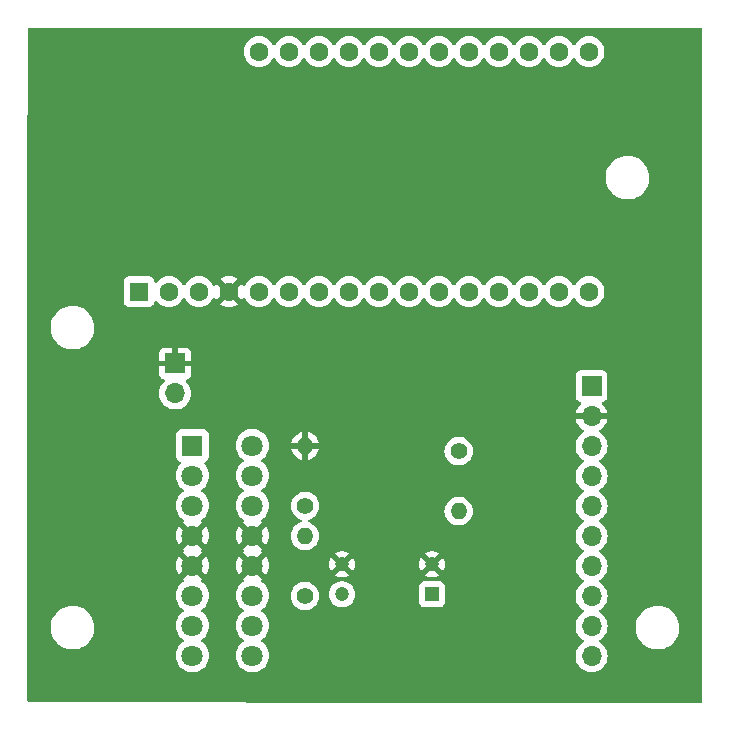
<source format=gbl>
G04 #@! TF.GenerationSoftware,KiCad,Pcbnew,7.0.7*
G04 #@! TF.CreationDate,2023-10-16T22:46:46-07:00*
G04 #@! TF.ProjectId,Load Cell Ground Systems,4c6f6164-2043-4656-9c6c-2047726f756e,rev?*
G04 #@! TF.SameCoordinates,Original*
G04 #@! TF.FileFunction,Copper,L2,Bot*
G04 #@! TF.FilePolarity,Positive*
%FSLAX46Y46*%
G04 Gerber Fmt 4.6, Leading zero omitted, Abs format (unit mm)*
G04 Created by KiCad (PCBNEW 7.0.7) date 2023-10-16 22:46:46*
%MOMM*%
%LPD*%
G01*
G04 APERTURE LIST*
G04 #@! TA.AperFunction,ComponentPad*
%ADD10R,1.800000X1.800000*%
G04 #@! TD*
G04 #@! TA.AperFunction,ComponentPad*
%ADD11C,1.800000*%
G04 #@! TD*
G04 #@! TA.AperFunction,ComponentPad*
%ADD12C,1.400000*%
G04 #@! TD*
G04 #@! TA.AperFunction,ComponentPad*
%ADD13O,1.400000X1.400000*%
G04 #@! TD*
G04 #@! TA.AperFunction,ComponentPad*
%ADD14R,1.600000X1.600000*%
G04 #@! TD*
G04 #@! TA.AperFunction,ComponentPad*
%ADD15C,1.600000*%
G04 #@! TD*
G04 #@! TA.AperFunction,ComponentPad*
%ADD16R,1.200000X1.200000*%
G04 #@! TD*
G04 #@! TA.AperFunction,ComponentPad*
%ADD17C,1.200000*%
G04 #@! TD*
G04 #@! TA.AperFunction,ComponentPad*
%ADD18R,1.700000X1.700000*%
G04 #@! TD*
G04 #@! TA.AperFunction,ComponentPad*
%ADD19O,1.700000X1.700000*%
G04 #@! TD*
G04 APERTURE END LIST*
D10*
X39370000Y-60790000D03*
D11*
X44450000Y-60790000D03*
X39370000Y-63330000D03*
X44450000Y-63330000D03*
X39370000Y-65870000D03*
X44450000Y-65870000D03*
X39370000Y-68410000D03*
X44450000Y-68410000D03*
X39370000Y-70950000D03*
X44450000Y-70950000D03*
X39370000Y-73490000D03*
X44450000Y-73490000D03*
X39370000Y-76030000D03*
X44450000Y-76030000D03*
X39370000Y-78570000D03*
X44450000Y-78570000D03*
D12*
X48890000Y-73530000D03*
D13*
X48890000Y-68450000D03*
D14*
X34850000Y-47760000D03*
D15*
X37390000Y-47760000D03*
X39930000Y-47760000D03*
X42470000Y-47760000D03*
X45010000Y-47760000D03*
X47550000Y-47760000D03*
X50090000Y-47760000D03*
X52630000Y-47760000D03*
X55170000Y-47760000D03*
X57710000Y-47760000D03*
X60250000Y-47760000D03*
X62790000Y-47760000D03*
X65330000Y-47760000D03*
X67870000Y-47760000D03*
X70410000Y-47760000D03*
X72950000Y-47760000D03*
X72950000Y-27440000D03*
X70410000Y-27440000D03*
X67870000Y-27440000D03*
X65330000Y-27440000D03*
X62790000Y-27440000D03*
X60250000Y-27440000D03*
X57710000Y-27440000D03*
X55170000Y-27440000D03*
X52630000Y-27440000D03*
X50090000Y-27440000D03*
X47550000Y-27440000D03*
X45010000Y-27440000D03*
D12*
X61910000Y-61260000D03*
D13*
X61910000Y-66340000D03*
D16*
X59660000Y-73380000D03*
D17*
X59660000Y-70840000D03*
X52040000Y-70840000D03*
X52040000Y-73380000D03*
D18*
X37915000Y-53840000D03*
D19*
X37915000Y-56380000D03*
D12*
X48910000Y-65900000D03*
D13*
X48910000Y-60820000D03*
D18*
X73160000Y-55750000D03*
D19*
X73160000Y-58290000D03*
X73160000Y-60830000D03*
X73160000Y-63370000D03*
X73160000Y-65910000D03*
X73160000Y-68450000D03*
X73160000Y-70990000D03*
X73160000Y-73530000D03*
X73160000Y-76070000D03*
X73160000Y-78610000D03*
G04 #@! TA.AperFunction,Conductor*
G36*
X82425526Y-25409972D02*
G01*
X82492558Y-25429667D01*
X82538303Y-25482479D01*
X82549500Y-25533971D01*
X82549500Y-82425500D01*
X82529815Y-82492539D01*
X82477011Y-82538294D01*
X82425500Y-82549500D01*
X62566523Y-82549500D01*
X25524435Y-82530074D01*
X25457406Y-82510354D01*
X25411679Y-82457526D01*
X25400500Y-82406074D01*
X25400500Y-78570006D01*
X37964700Y-78570006D01*
X37983864Y-78801297D01*
X37983866Y-78801308D01*
X38040842Y-79026300D01*
X38134075Y-79238848D01*
X38261016Y-79433147D01*
X38261019Y-79433151D01*
X38261021Y-79433153D01*
X38418216Y-79603913D01*
X38418219Y-79603915D01*
X38418222Y-79603918D01*
X38601365Y-79746464D01*
X38601371Y-79746468D01*
X38601374Y-79746470D01*
X38805497Y-79856936D01*
X38884055Y-79883905D01*
X39025015Y-79932297D01*
X39025017Y-79932297D01*
X39025019Y-79932298D01*
X39253951Y-79970500D01*
X39253952Y-79970500D01*
X39486048Y-79970500D01*
X39486049Y-79970500D01*
X39714981Y-79932298D01*
X39934503Y-79856936D01*
X40138626Y-79746470D01*
X40321784Y-79603913D01*
X40478979Y-79433153D01*
X40605924Y-79238849D01*
X40699157Y-79026300D01*
X40756134Y-78801305D01*
X40775300Y-78570006D01*
X43044700Y-78570006D01*
X43063864Y-78801297D01*
X43063866Y-78801308D01*
X43120842Y-79026300D01*
X43214075Y-79238848D01*
X43341016Y-79433147D01*
X43341019Y-79433151D01*
X43341021Y-79433153D01*
X43498216Y-79603913D01*
X43498219Y-79603915D01*
X43498222Y-79603918D01*
X43681365Y-79746464D01*
X43681371Y-79746468D01*
X43681374Y-79746470D01*
X43885497Y-79856936D01*
X43964055Y-79883905D01*
X44105015Y-79932297D01*
X44105017Y-79932297D01*
X44105019Y-79932298D01*
X44333951Y-79970500D01*
X44333952Y-79970500D01*
X44566048Y-79970500D01*
X44566049Y-79970500D01*
X44794981Y-79932298D01*
X45014503Y-79856936D01*
X45218626Y-79746470D01*
X45401784Y-79603913D01*
X45558979Y-79433153D01*
X45685924Y-79238849D01*
X45779157Y-79026300D01*
X45836134Y-78801305D01*
X45851986Y-78610000D01*
X71804341Y-78610000D01*
X71824936Y-78845403D01*
X71824938Y-78845413D01*
X71886094Y-79073655D01*
X71886096Y-79073659D01*
X71886097Y-79073663D01*
X71963124Y-79238848D01*
X71985965Y-79287830D01*
X71985967Y-79287834D01*
X72087717Y-79433147D01*
X72121505Y-79481401D01*
X72288599Y-79648495D01*
X72385384Y-79716264D01*
X72482165Y-79784032D01*
X72482167Y-79784033D01*
X72482170Y-79784035D01*
X72696337Y-79883903D01*
X72924592Y-79945063D01*
X73112918Y-79961539D01*
X73159999Y-79965659D01*
X73160000Y-79965659D01*
X73160001Y-79965659D01*
X73199234Y-79962226D01*
X73395408Y-79945063D01*
X73623663Y-79883903D01*
X73837830Y-79784035D01*
X74031401Y-79648495D01*
X74198495Y-79481401D01*
X74334035Y-79287830D01*
X74433903Y-79073663D01*
X74495063Y-78845408D01*
X74515659Y-78610000D01*
X74495063Y-78374592D01*
X74433903Y-78146337D01*
X74334035Y-77932171D01*
X74297515Y-77880014D01*
X74198494Y-77738597D01*
X74031402Y-77571506D01*
X74031396Y-77571501D01*
X73845842Y-77441575D01*
X73802217Y-77386998D01*
X73795023Y-77317500D01*
X73826546Y-77255145D01*
X73845842Y-77238425D01*
X73948447Y-77166580D01*
X74031401Y-77108495D01*
X74198495Y-76941401D01*
X74334035Y-76747830D01*
X74433903Y-76533663D01*
X74495063Y-76305408D01*
X74498357Y-76267763D01*
X76885787Y-76267763D01*
X76915413Y-76537013D01*
X76915415Y-76537024D01*
X76957722Y-76698849D01*
X76983928Y-76799088D01*
X77089870Y-77048390D01*
X77126552Y-77108495D01*
X77230979Y-77279605D01*
X77230986Y-77279615D01*
X77404253Y-77487819D01*
X77404259Y-77487824D01*
X77458121Y-77536084D01*
X77605998Y-77668582D01*
X77831910Y-77818044D01*
X78077176Y-77933020D01*
X78077183Y-77933022D01*
X78077185Y-77933023D01*
X78336557Y-78011057D01*
X78336564Y-78011058D01*
X78336569Y-78011060D01*
X78604561Y-78050500D01*
X78604566Y-78050500D01*
X78807636Y-78050500D01*
X78859133Y-78046730D01*
X79010156Y-78035677D01*
X79122758Y-78010593D01*
X79274546Y-77976782D01*
X79274548Y-77976781D01*
X79274553Y-77976780D01*
X79527558Y-77880014D01*
X79763777Y-77747441D01*
X79978177Y-77581888D01*
X80166186Y-77386881D01*
X80323799Y-77166579D01*
X80397787Y-77022669D01*
X80447649Y-76925690D01*
X80447651Y-76925684D01*
X80447656Y-76925675D01*
X80535118Y-76669305D01*
X80584319Y-76402933D01*
X80594212Y-76132235D01*
X80564586Y-75862982D01*
X80496072Y-75600912D01*
X80390130Y-75351610D01*
X80249018Y-75120390D01*
X80247845Y-75118981D01*
X80075746Y-74912180D01*
X80075740Y-74912175D01*
X79874002Y-74731418D01*
X79648092Y-74581957D01*
X79619371Y-74568493D01*
X79402824Y-74466980D01*
X79402819Y-74466978D01*
X79402814Y-74466976D01*
X79143442Y-74388942D01*
X79143428Y-74388939D01*
X79027791Y-74371921D01*
X78875439Y-74349500D01*
X78672369Y-74349500D01*
X78672364Y-74349500D01*
X78469844Y-74364323D01*
X78469831Y-74364325D01*
X78205453Y-74423217D01*
X78205446Y-74423220D01*
X77952439Y-74519987D01*
X77716226Y-74652557D01*
X77716224Y-74652558D01*
X77716223Y-74652559D01*
X77668231Y-74689617D01*
X77501822Y-74818112D01*
X77313822Y-75013109D01*
X77313816Y-75013116D01*
X77156202Y-75233419D01*
X77156199Y-75233424D01*
X77032350Y-75474309D01*
X77032343Y-75474327D01*
X76944884Y-75730685D01*
X76944881Y-75730699D01*
X76895681Y-75997068D01*
X76895680Y-75997075D01*
X76885787Y-76267763D01*
X74498357Y-76267763D01*
X74515659Y-76070000D01*
X74495063Y-75834592D01*
X74433903Y-75606337D01*
X74334035Y-75392171D01*
X74222877Y-75233419D01*
X74198494Y-75198597D01*
X74031402Y-75031506D01*
X74031396Y-75031501D01*
X73845842Y-74901575D01*
X73802217Y-74846998D01*
X73795023Y-74777500D01*
X73826546Y-74715145D01*
X73845842Y-74698425D01*
X74012175Y-74581957D01*
X74031401Y-74568495D01*
X74198495Y-74401401D01*
X74334035Y-74207830D01*
X74433903Y-73993663D01*
X74495063Y-73765408D01*
X74515659Y-73530000D01*
X74495063Y-73294592D01*
X74433903Y-73066337D01*
X74334035Y-72852171D01*
X74249986Y-72732135D01*
X74198494Y-72658597D01*
X74031402Y-72491506D01*
X74031396Y-72491501D01*
X73845842Y-72361575D01*
X73802217Y-72306998D01*
X73795023Y-72237500D01*
X73826546Y-72175145D01*
X73845842Y-72158425D01*
X73944277Y-72089500D01*
X74031401Y-72028495D01*
X74198495Y-71861401D01*
X74334035Y-71667830D01*
X74433903Y-71453663D01*
X74495063Y-71225408D01*
X74515659Y-70990000D01*
X74495063Y-70754592D01*
X74433903Y-70526337D01*
X74334035Y-70312171D01*
X74327320Y-70302580D01*
X74198494Y-70118597D01*
X74031402Y-69951506D01*
X74031396Y-69951501D01*
X73845842Y-69821575D01*
X73802217Y-69766998D01*
X73795023Y-69697500D01*
X73826546Y-69635145D01*
X73845842Y-69618425D01*
X73973204Y-69529245D01*
X74031401Y-69488495D01*
X74198495Y-69321401D01*
X74334035Y-69127830D01*
X74433903Y-68913663D01*
X74495063Y-68685408D01*
X74515659Y-68450000D01*
X74495063Y-68214592D01*
X74433903Y-67986337D01*
X74334035Y-67772171D01*
X74303520Y-67728590D01*
X74198494Y-67578597D01*
X74031402Y-67411506D01*
X74031396Y-67411501D01*
X73845842Y-67281575D01*
X73802217Y-67226998D01*
X73795023Y-67157500D01*
X73826546Y-67095145D01*
X73845842Y-67078425D01*
X73897202Y-67042462D01*
X74031401Y-66948495D01*
X74198495Y-66781401D01*
X74334035Y-66587830D01*
X74433903Y-66373663D01*
X74495063Y-66145408D01*
X74515659Y-65910000D01*
X74495063Y-65674592D01*
X74433903Y-65446337D01*
X74334035Y-65232171D01*
X74297773Y-65180382D01*
X74198494Y-65038597D01*
X74031402Y-64871506D01*
X74031396Y-64871501D01*
X73845842Y-64741575D01*
X73802217Y-64686998D01*
X73795023Y-64617500D01*
X73826546Y-64555145D01*
X73845842Y-64538425D01*
X73897655Y-64502145D01*
X74031401Y-64408495D01*
X74198495Y-64241401D01*
X74334035Y-64047830D01*
X74433903Y-63833663D01*
X74495063Y-63605408D01*
X74515659Y-63370000D01*
X74495063Y-63134592D01*
X74433903Y-62906337D01*
X74334035Y-62692171D01*
X74198495Y-62498599D01*
X74198494Y-62498597D01*
X74031402Y-62331506D01*
X74031396Y-62331501D01*
X73845842Y-62201575D01*
X73802217Y-62146998D01*
X73795023Y-62077500D01*
X73826546Y-62015145D01*
X73845842Y-61998425D01*
X73940238Y-61932328D01*
X74031401Y-61868495D01*
X74198495Y-61701401D01*
X74334035Y-61507830D01*
X74433903Y-61293663D01*
X74495063Y-61065408D01*
X74515659Y-60830000D01*
X74495063Y-60594592D01*
X74433903Y-60366337D01*
X74334035Y-60152171D01*
X74297773Y-60100382D01*
X74198494Y-59958597D01*
X74031402Y-59791506D01*
X74031401Y-59791505D01*
X73845405Y-59661269D01*
X73801781Y-59606692D01*
X73794588Y-59537193D01*
X73826110Y-59474839D01*
X73845405Y-59458119D01*
X74031082Y-59328105D01*
X74198105Y-59161082D01*
X74333600Y-58967578D01*
X74433429Y-58753492D01*
X74433432Y-58753486D01*
X74490636Y-58540000D01*
X73773347Y-58540000D01*
X73706308Y-58520315D01*
X73660553Y-58467511D01*
X73650609Y-58398353D01*
X73654369Y-58381067D01*
X73660000Y-58361888D01*
X73660000Y-58218111D01*
X73654369Y-58198933D01*
X73654370Y-58129064D01*
X73692145Y-58070286D01*
X73755701Y-58041262D01*
X73773347Y-58040000D01*
X74490636Y-58040000D01*
X74490635Y-58039999D01*
X74433432Y-57826513D01*
X74433429Y-57826507D01*
X74333600Y-57612422D01*
X74333599Y-57612420D01*
X74198113Y-57418926D01*
X74198108Y-57418920D01*
X74076053Y-57296865D01*
X74042568Y-57235542D01*
X74047552Y-57165850D01*
X74089424Y-57109917D01*
X74120400Y-57093002D01*
X74252331Y-57043796D01*
X74367546Y-56957546D01*
X74453796Y-56842331D01*
X74504091Y-56707483D01*
X74510500Y-56647873D01*
X74510499Y-54852128D01*
X74504091Y-54792517D01*
X74483699Y-54737844D01*
X74453797Y-54657671D01*
X74453793Y-54657664D01*
X74367547Y-54542455D01*
X74367544Y-54542452D01*
X74252335Y-54456206D01*
X74252328Y-54456202D01*
X74117482Y-54405908D01*
X74117483Y-54405908D01*
X74057883Y-54399501D01*
X74057881Y-54399500D01*
X74057873Y-54399500D01*
X74057864Y-54399500D01*
X72262129Y-54399500D01*
X72262123Y-54399501D01*
X72202516Y-54405908D01*
X72067671Y-54456202D01*
X72067664Y-54456206D01*
X71952455Y-54542452D01*
X71952452Y-54542455D01*
X71866206Y-54657664D01*
X71866202Y-54657671D01*
X71815908Y-54792517D01*
X71809501Y-54852116D01*
X71809501Y-54852123D01*
X71809500Y-54852135D01*
X71809500Y-56647870D01*
X71809501Y-56647876D01*
X71815908Y-56707483D01*
X71866202Y-56842328D01*
X71866206Y-56842335D01*
X71952452Y-56957544D01*
X71952455Y-56957547D01*
X72067664Y-57043793D01*
X72067671Y-57043797D01*
X72067674Y-57043798D01*
X72199598Y-57093002D01*
X72255531Y-57134873D01*
X72279949Y-57200337D01*
X72265098Y-57268610D01*
X72243947Y-57296865D01*
X72121886Y-57418926D01*
X71986400Y-57612420D01*
X71986399Y-57612422D01*
X71886570Y-57826507D01*
X71886567Y-57826513D01*
X71829364Y-58039999D01*
X71829364Y-58040000D01*
X72546653Y-58040000D01*
X72613692Y-58059685D01*
X72659447Y-58112489D01*
X72669391Y-58181647D01*
X72665631Y-58198933D01*
X72660000Y-58218111D01*
X72660000Y-58361888D01*
X72665631Y-58381067D01*
X72665630Y-58450936D01*
X72627855Y-58509714D01*
X72564299Y-58538738D01*
X72546653Y-58540000D01*
X71829364Y-58540000D01*
X71886567Y-58753486D01*
X71886570Y-58753492D01*
X71986399Y-58967578D01*
X72121894Y-59161082D01*
X72288917Y-59328105D01*
X72474595Y-59458119D01*
X72518219Y-59512696D01*
X72525412Y-59582195D01*
X72493890Y-59644549D01*
X72474595Y-59661269D01*
X72288594Y-59791508D01*
X72121505Y-59958597D01*
X71985965Y-60152169D01*
X71985964Y-60152171D01*
X71886098Y-60366335D01*
X71886094Y-60366344D01*
X71824938Y-60594586D01*
X71824936Y-60594596D01*
X71804341Y-60829999D01*
X71804341Y-60830000D01*
X71824936Y-61065403D01*
X71824938Y-61065413D01*
X71886094Y-61293655D01*
X71886096Y-61293659D01*
X71886097Y-61293663D01*
X71961062Y-61454425D01*
X71985965Y-61507830D01*
X71985967Y-61507834D01*
X72121501Y-61701395D01*
X72121506Y-61701402D01*
X72288597Y-61868493D01*
X72288603Y-61868498D01*
X72474158Y-61998425D01*
X72517783Y-62053002D01*
X72524977Y-62122500D01*
X72493454Y-62184855D01*
X72474158Y-62201575D01*
X72288597Y-62331505D01*
X72121505Y-62498597D01*
X71985965Y-62692169D01*
X71985964Y-62692171D01*
X71886098Y-62906335D01*
X71886094Y-62906344D01*
X71824938Y-63134586D01*
X71824936Y-63134596D01*
X71804341Y-63369999D01*
X71804341Y-63370000D01*
X71824936Y-63605403D01*
X71824938Y-63605413D01*
X71886094Y-63833655D01*
X71886096Y-63833659D01*
X71886097Y-63833663D01*
X71963124Y-63998848D01*
X71985965Y-64047830D01*
X71985967Y-64047834D01*
X72121501Y-64241395D01*
X72121506Y-64241402D01*
X72288597Y-64408493D01*
X72288603Y-64408498D01*
X72474158Y-64538425D01*
X72517783Y-64593002D01*
X72524977Y-64662500D01*
X72493454Y-64724855D01*
X72474158Y-64741575D01*
X72288597Y-64871505D01*
X72121505Y-65038597D01*
X71985965Y-65232169D01*
X71985964Y-65232171D01*
X71886098Y-65446335D01*
X71886094Y-65446344D01*
X71824938Y-65674586D01*
X71824936Y-65674596D01*
X71804341Y-65909999D01*
X71804341Y-65910000D01*
X71824936Y-66145403D01*
X71824938Y-66145413D01*
X71886094Y-66373655D01*
X71886096Y-66373659D01*
X71886097Y-66373663D01*
X71961182Y-66534683D01*
X71985965Y-66587830D01*
X71985967Y-66587834D01*
X72121501Y-66781395D01*
X72121506Y-66781402D01*
X72288597Y-66948493D01*
X72288603Y-66948498D01*
X72474158Y-67078425D01*
X72517783Y-67133002D01*
X72524977Y-67202500D01*
X72493454Y-67264855D01*
X72474158Y-67281575D01*
X72288597Y-67411505D01*
X72121505Y-67578597D01*
X71985965Y-67772169D01*
X71985964Y-67772171D01*
X71886098Y-67986335D01*
X71886094Y-67986344D01*
X71824938Y-68214586D01*
X71824936Y-68214596D01*
X71804341Y-68449999D01*
X71804341Y-68450000D01*
X71824936Y-68685403D01*
X71824938Y-68685413D01*
X71886094Y-68913655D01*
X71886096Y-68913659D01*
X71886097Y-68913663D01*
X71963013Y-69078609D01*
X71985965Y-69127830D01*
X71985967Y-69127834D01*
X72121501Y-69321395D01*
X72121506Y-69321402D01*
X72288597Y-69488493D01*
X72288603Y-69488498D01*
X72474158Y-69618425D01*
X72517783Y-69673002D01*
X72524977Y-69742500D01*
X72493454Y-69804855D01*
X72474158Y-69821575D01*
X72288597Y-69951505D01*
X72121505Y-70118597D01*
X71985965Y-70312169D01*
X71985964Y-70312171D01*
X71886098Y-70526335D01*
X71886094Y-70526344D01*
X71824938Y-70754586D01*
X71824936Y-70754596D01*
X71804341Y-70989999D01*
X71804341Y-70990000D01*
X71824936Y-71225403D01*
X71824938Y-71225413D01*
X71886094Y-71453655D01*
X71886096Y-71453659D01*
X71886097Y-71453663D01*
X71963013Y-71618609D01*
X71985965Y-71667830D01*
X71985967Y-71667834D01*
X72121501Y-71861395D01*
X72121506Y-71861402D01*
X72288597Y-72028493D01*
X72288603Y-72028498D01*
X72474158Y-72158425D01*
X72517783Y-72213002D01*
X72524977Y-72282500D01*
X72493454Y-72344855D01*
X72474158Y-72361575D01*
X72288597Y-72491505D01*
X72121505Y-72658597D01*
X71985965Y-72852169D01*
X71985964Y-72852171D01*
X71886098Y-73066335D01*
X71886094Y-73066344D01*
X71824938Y-73294586D01*
X71824936Y-73294596D01*
X71804341Y-73529999D01*
X71804341Y-73530000D01*
X71824936Y-73765403D01*
X71824938Y-73765413D01*
X71886094Y-73993655D01*
X71886096Y-73993659D01*
X71886097Y-73993663D01*
X71947145Y-74124581D01*
X71985965Y-74207830D01*
X71985967Y-74207834D01*
X72121501Y-74401395D01*
X72121506Y-74401402D01*
X72288597Y-74568493D01*
X72288603Y-74568498D01*
X72474158Y-74698425D01*
X72517783Y-74753002D01*
X72524977Y-74822500D01*
X72493454Y-74884855D01*
X72474158Y-74901575D01*
X72288597Y-75031505D01*
X72121505Y-75198597D01*
X71985965Y-75392169D01*
X71985964Y-75392171D01*
X71886098Y-75606335D01*
X71886094Y-75606344D01*
X71824938Y-75834586D01*
X71824936Y-75834596D01*
X71804341Y-76069999D01*
X71804341Y-76070000D01*
X71824936Y-76305403D01*
X71824938Y-76305413D01*
X71886094Y-76533655D01*
X71886096Y-76533659D01*
X71886097Y-76533663D01*
X71949346Y-76669300D01*
X71985965Y-76747830D01*
X71985967Y-76747834D01*
X72021852Y-76799082D01*
X72110491Y-76925672D01*
X72121501Y-76941395D01*
X72121506Y-76941402D01*
X72288597Y-77108493D01*
X72288603Y-77108498D01*
X72474158Y-77238425D01*
X72517783Y-77293002D01*
X72524977Y-77362500D01*
X72493454Y-77424855D01*
X72474158Y-77441575D01*
X72288597Y-77571505D01*
X72121505Y-77738597D01*
X71985965Y-77932169D01*
X71985964Y-77932171D01*
X71886098Y-78146335D01*
X71886094Y-78146344D01*
X71824938Y-78374586D01*
X71824936Y-78374596D01*
X71804341Y-78609999D01*
X71804341Y-78610000D01*
X45851986Y-78610000D01*
X45855300Y-78570000D01*
X45855300Y-78569993D01*
X45836135Y-78338702D01*
X45836133Y-78338691D01*
X45779157Y-78113699D01*
X45685924Y-77901151D01*
X45558983Y-77706852D01*
X45558980Y-77706849D01*
X45558979Y-77706847D01*
X45401784Y-77536087D01*
X45224180Y-77397853D01*
X45183368Y-77341143D01*
X45179693Y-77271370D01*
X45214324Y-77210687D01*
X45224181Y-77202146D01*
X45401784Y-77063913D01*
X45558979Y-76893153D01*
X45685924Y-76698849D01*
X45779157Y-76486300D01*
X45836134Y-76261305D01*
X45855300Y-76030000D01*
X45855300Y-76029993D01*
X45836135Y-75798702D01*
X45836133Y-75798691D01*
X45779157Y-75573699D01*
X45685924Y-75361151D01*
X45558983Y-75166852D01*
X45558980Y-75166849D01*
X45558979Y-75166847D01*
X45401784Y-74996087D01*
X45224180Y-74857853D01*
X45183368Y-74801143D01*
X45179693Y-74731370D01*
X45214324Y-74670687D01*
X45224181Y-74662146D01*
X45401784Y-74523913D01*
X45558979Y-74353153D01*
X45685924Y-74158849D01*
X45779157Y-73946300D01*
X45836134Y-73721305D01*
X45836135Y-73721297D01*
X45851986Y-73530000D01*
X47684357Y-73530000D01*
X47704884Y-73751535D01*
X47704885Y-73751537D01*
X47765769Y-73965523D01*
X47765775Y-73965538D01*
X47864938Y-74164683D01*
X47864943Y-74164691D01*
X47999020Y-74342238D01*
X48163437Y-74492123D01*
X48163439Y-74492125D01*
X48352595Y-74609245D01*
X48352596Y-74609245D01*
X48352599Y-74609247D01*
X48560060Y-74689618D01*
X48778757Y-74730500D01*
X48778759Y-74730500D01*
X49001241Y-74730500D01*
X49001243Y-74730500D01*
X49219940Y-74689618D01*
X49427401Y-74609247D01*
X49616562Y-74492124D01*
X49780981Y-74342236D01*
X49915058Y-74164689D01*
X49917967Y-74158848D01*
X50014224Y-73965538D01*
X50014223Y-73965538D01*
X50014229Y-73965528D01*
X50075115Y-73751536D01*
X50095643Y-73530000D01*
X50081744Y-73380000D01*
X50934785Y-73380000D01*
X50953602Y-73583082D01*
X51009417Y-73779247D01*
X51009422Y-73779260D01*
X51100327Y-73961821D01*
X51223237Y-74124581D01*
X51373958Y-74261980D01*
X51373960Y-74261982D01*
X51473141Y-74323392D01*
X51547363Y-74369348D01*
X51737544Y-74443024D01*
X51938024Y-74480500D01*
X51938026Y-74480500D01*
X52141974Y-74480500D01*
X52141976Y-74480500D01*
X52342456Y-74443024D01*
X52532637Y-74369348D01*
X52706041Y-74261981D01*
X52856764Y-74124579D01*
X52929795Y-74027870D01*
X58559500Y-74027870D01*
X58559501Y-74027876D01*
X58565908Y-74087483D01*
X58616202Y-74222328D01*
X58616206Y-74222335D01*
X58702452Y-74337544D01*
X58702455Y-74337547D01*
X58817664Y-74423793D01*
X58817671Y-74423797D01*
X58952517Y-74474091D01*
X58952516Y-74474091D01*
X58959444Y-74474835D01*
X59012127Y-74480500D01*
X60307872Y-74480499D01*
X60367483Y-74474091D01*
X60502331Y-74423796D01*
X60617546Y-74337546D01*
X60703796Y-74222331D01*
X60754091Y-74087483D01*
X60760500Y-74027873D01*
X60760499Y-72732128D01*
X60754091Y-72672517D01*
X60748899Y-72658597D01*
X60703797Y-72537671D01*
X60703793Y-72537664D01*
X60617547Y-72422455D01*
X60617544Y-72422452D01*
X60502335Y-72336206D01*
X60502328Y-72336202D01*
X60367482Y-72285908D01*
X60367483Y-72285908D01*
X60307883Y-72279501D01*
X60307881Y-72279500D01*
X60307873Y-72279500D01*
X60307864Y-72279500D01*
X59012129Y-72279500D01*
X59012123Y-72279501D01*
X58952516Y-72285908D01*
X58817671Y-72336202D01*
X58817664Y-72336206D01*
X58702455Y-72422452D01*
X58702452Y-72422455D01*
X58616206Y-72537664D01*
X58616202Y-72537671D01*
X58565908Y-72672517D01*
X58561044Y-72717764D01*
X58559501Y-72732123D01*
X58559500Y-72732135D01*
X58559500Y-74027870D01*
X52929795Y-74027870D01*
X52979673Y-73961821D01*
X53070582Y-73779250D01*
X53126397Y-73583083D01*
X53145215Y-73380000D01*
X53126397Y-73176917D01*
X53070582Y-72980750D01*
X52979673Y-72798179D01*
X52856764Y-72635421D01*
X52856762Y-72635418D01*
X52706041Y-72498019D01*
X52706039Y-72498017D01*
X52532642Y-72390655D01*
X52532635Y-72390651D01*
X52414420Y-72344855D01*
X52342456Y-72316976D01*
X52141976Y-72279500D01*
X51938024Y-72279500D01*
X51737544Y-72316976D01*
X51737541Y-72316976D01*
X51737541Y-72316977D01*
X51547364Y-72390651D01*
X51547357Y-72390655D01*
X51373960Y-72498017D01*
X51373958Y-72498019D01*
X51223237Y-72635418D01*
X51100327Y-72798178D01*
X51009422Y-72980739D01*
X51009417Y-72980752D01*
X50953602Y-73176917D01*
X50934785Y-73379999D01*
X50934785Y-73380000D01*
X50081744Y-73380000D01*
X50075115Y-73308464D01*
X50014229Y-73094472D01*
X50000223Y-73066344D01*
X49915061Y-72895316D01*
X49915056Y-72895308D01*
X49780979Y-72717761D01*
X49616562Y-72567876D01*
X49616560Y-72567874D01*
X49427404Y-72450754D01*
X49427398Y-72450752D01*
X49219940Y-72370382D01*
X49001243Y-72329500D01*
X48778757Y-72329500D01*
X48560060Y-72370382D01*
X48428864Y-72421207D01*
X48352601Y-72450752D01*
X48352595Y-72450754D01*
X48163439Y-72567874D01*
X48163437Y-72567876D01*
X47999020Y-72717761D01*
X47864943Y-72895308D01*
X47864938Y-72895316D01*
X47765775Y-73094461D01*
X47765769Y-73094476D01*
X47704885Y-73308462D01*
X47704884Y-73308464D01*
X47684357Y-73529999D01*
X47684357Y-73530000D01*
X45851986Y-73530000D01*
X45855300Y-73490006D01*
X45855300Y-73489993D01*
X45836135Y-73258702D01*
X45836133Y-73258691D01*
X45779157Y-73033699D01*
X45685924Y-72821151D01*
X45558983Y-72626852D01*
X45558980Y-72626849D01*
X45558979Y-72626847D01*
X45401784Y-72456087D01*
X45317713Y-72390652D01*
X45223773Y-72317535D01*
X45182960Y-72260825D01*
X45179286Y-72191052D01*
X45213918Y-72130369D01*
X45223774Y-72121828D01*
X45248798Y-72102351D01*
X44777856Y-71631409D01*
X44744371Y-71570086D01*
X44749355Y-71500394D01*
X44790049Y-71445353D01*
X44877925Y-71377925D01*
X44945354Y-71290048D01*
X45001779Y-71248848D01*
X45071525Y-71244693D01*
X45131409Y-71277856D01*
X45601186Y-71747634D01*
X45685484Y-71618606D01*
X45778682Y-71406135D01*
X45835638Y-71181218D01*
X45854798Y-70950005D01*
X45854798Y-70949994D01*
X45845683Y-70840000D01*
X50935287Y-70840000D01*
X50954096Y-71042989D01*
X50954097Y-71042992D01*
X51009883Y-71239063D01*
X51009886Y-71239069D01*
X51100754Y-71421556D01*
X51100755Y-71421557D01*
X51102533Y-71423912D01*
X51502580Y-71023865D01*
X51563903Y-70990380D01*
X51633594Y-70995364D01*
X51689528Y-71037235D01*
X51700742Y-71055246D01*
X51707296Y-71068109D01*
X51712358Y-71078044D01*
X51712363Y-71078050D01*
X51801949Y-71167636D01*
X51801951Y-71167637D01*
X51801955Y-71167641D01*
X51824747Y-71179254D01*
X51875542Y-71227228D01*
X51892337Y-71295049D01*
X51869799Y-71361184D01*
X51856132Y-71377419D01*
X51459310Y-71774240D01*
X51459311Y-71774241D01*
X51547581Y-71828895D01*
X51547588Y-71828899D01*
X51737678Y-71902539D01*
X51938072Y-71940000D01*
X52141928Y-71940000D01*
X52342321Y-71902539D01*
X52532414Y-71828897D01*
X52620688Y-71774240D01*
X52223866Y-71377419D01*
X52190381Y-71316096D01*
X52195365Y-71246405D01*
X52237236Y-71190471D01*
X52255245Y-71179258D01*
X52278045Y-71167641D01*
X52367641Y-71078045D01*
X52379254Y-71055252D01*
X52427225Y-71004458D01*
X52495046Y-70987661D01*
X52561181Y-71010197D01*
X52577419Y-71023866D01*
X52977465Y-71423912D01*
X52979247Y-71421552D01*
X52979249Y-71421550D01*
X53070113Y-71239069D01*
X53070116Y-71239063D01*
X53125902Y-71042992D01*
X53125903Y-71042989D01*
X53144713Y-70840000D01*
X58555287Y-70840000D01*
X58574096Y-71042989D01*
X58574097Y-71042992D01*
X58629883Y-71239063D01*
X58629886Y-71239069D01*
X58720754Y-71421556D01*
X58720755Y-71421557D01*
X58722533Y-71423912D01*
X59122580Y-71023865D01*
X59183903Y-70990380D01*
X59253594Y-70995364D01*
X59309528Y-71037235D01*
X59320742Y-71055246D01*
X59327296Y-71068109D01*
X59332358Y-71078044D01*
X59332363Y-71078050D01*
X59421949Y-71167636D01*
X59421951Y-71167637D01*
X59421955Y-71167641D01*
X59444747Y-71179254D01*
X59495542Y-71227228D01*
X59512337Y-71295049D01*
X59489799Y-71361184D01*
X59476132Y-71377419D01*
X59079310Y-71774240D01*
X59079311Y-71774241D01*
X59167581Y-71828895D01*
X59167588Y-71828899D01*
X59357678Y-71902539D01*
X59558072Y-71940000D01*
X59761928Y-71940000D01*
X59962321Y-71902539D01*
X60152414Y-71828897D01*
X60240688Y-71774240D01*
X59843866Y-71377419D01*
X59810381Y-71316096D01*
X59815365Y-71246405D01*
X59857236Y-71190471D01*
X59875245Y-71179258D01*
X59898045Y-71167641D01*
X59987641Y-71078045D01*
X59999254Y-71055252D01*
X60047225Y-71004458D01*
X60115046Y-70987661D01*
X60181181Y-71010197D01*
X60197419Y-71023866D01*
X60597465Y-71423912D01*
X60599247Y-71421552D01*
X60599249Y-71421550D01*
X60690113Y-71239069D01*
X60690116Y-71239063D01*
X60745902Y-71042992D01*
X60745903Y-71042989D01*
X60764713Y-70840000D01*
X60764713Y-70839999D01*
X60745903Y-70637010D01*
X60745902Y-70637007D01*
X60690116Y-70440936D01*
X60690113Y-70440930D01*
X60599244Y-70258441D01*
X60597466Y-70256086D01*
X60597465Y-70256085D01*
X60197419Y-70656132D01*
X60136096Y-70689617D01*
X60066404Y-70684633D01*
X60010471Y-70642761D01*
X59999256Y-70624751D01*
X59987641Y-70601955D01*
X59987637Y-70601951D01*
X59987636Y-70601949D01*
X59898050Y-70512363D01*
X59898047Y-70512361D01*
X59898045Y-70512359D01*
X59875250Y-70500744D01*
X59824456Y-70452771D01*
X59807661Y-70384950D01*
X59830198Y-70318815D01*
X59843866Y-70302580D01*
X60240688Y-69905758D01*
X60240687Y-69905757D01*
X60152418Y-69851104D01*
X60152411Y-69851100D01*
X59962321Y-69777460D01*
X59761928Y-69740000D01*
X59558072Y-69740000D01*
X59357678Y-69777460D01*
X59167588Y-69851100D01*
X59167584Y-69851102D01*
X59079310Y-69905758D01*
X59476133Y-70302580D01*
X59509618Y-70363903D01*
X59504634Y-70433594D01*
X59462763Y-70489528D01*
X59444748Y-70500745D01*
X59421956Y-70512358D01*
X59421949Y-70512363D01*
X59332363Y-70601949D01*
X59332358Y-70601956D01*
X59320745Y-70624748D01*
X59272770Y-70675544D01*
X59204949Y-70692338D01*
X59138814Y-70669800D01*
X59122580Y-70656133D01*
X58722533Y-70256085D01*
X58720754Y-70258443D01*
X58629886Y-70440930D01*
X58629883Y-70440936D01*
X58574097Y-70637007D01*
X58574096Y-70637010D01*
X58555287Y-70839999D01*
X58555287Y-70840000D01*
X53144713Y-70840000D01*
X53144713Y-70839999D01*
X53125903Y-70637010D01*
X53125902Y-70637007D01*
X53070116Y-70440936D01*
X53070113Y-70440930D01*
X52979244Y-70258441D01*
X52977466Y-70256086D01*
X52977465Y-70256085D01*
X52577419Y-70656132D01*
X52516096Y-70689617D01*
X52446404Y-70684633D01*
X52390471Y-70642761D01*
X52379256Y-70624751D01*
X52367641Y-70601955D01*
X52367637Y-70601951D01*
X52367636Y-70601949D01*
X52278050Y-70512363D01*
X52278047Y-70512361D01*
X52278045Y-70512359D01*
X52255250Y-70500744D01*
X52204456Y-70452771D01*
X52187661Y-70384950D01*
X52210198Y-70318815D01*
X52223866Y-70302580D01*
X52620688Y-69905758D01*
X52620687Y-69905757D01*
X52532418Y-69851104D01*
X52532411Y-69851100D01*
X52342321Y-69777460D01*
X52141928Y-69740000D01*
X51938072Y-69740000D01*
X51737678Y-69777460D01*
X51547588Y-69851100D01*
X51547584Y-69851102D01*
X51459310Y-69905758D01*
X51856133Y-70302580D01*
X51889618Y-70363903D01*
X51884634Y-70433594D01*
X51842763Y-70489528D01*
X51824748Y-70500745D01*
X51801956Y-70512358D01*
X51801949Y-70512363D01*
X51712363Y-70601949D01*
X51712358Y-70601956D01*
X51700745Y-70624748D01*
X51652770Y-70675544D01*
X51584949Y-70692338D01*
X51518814Y-70669800D01*
X51502580Y-70656133D01*
X51102533Y-70256085D01*
X51100754Y-70258443D01*
X51009886Y-70440930D01*
X51009883Y-70440936D01*
X50954097Y-70637007D01*
X50954096Y-70637010D01*
X50935287Y-70839999D01*
X50935287Y-70840000D01*
X45845683Y-70840000D01*
X45835638Y-70718781D01*
X45778682Y-70493864D01*
X45685483Y-70281390D01*
X45601186Y-70152364D01*
X45131408Y-70622142D01*
X45070085Y-70655627D01*
X45000393Y-70650643D01*
X44945351Y-70609947D01*
X44877925Y-70522075D01*
X44790049Y-70454645D01*
X44748847Y-70398219D01*
X44744692Y-70328473D01*
X44777855Y-70268590D01*
X45248799Y-69797647D01*
X45248798Y-69797646D01*
X45223368Y-69777854D01*
X45182553Y-69721144D01*
X45178878Y-69651371D01*
X45213508Y-69590688D01*
X45223367Y-69582145D01*
X45248798Y-69562351D01*
X44777856Y-69091409D01*
X44744371Y-69030086D01*
X44749355Y-68960394D01*
X44790049Y-68905353D01*
X44877925Y-68837925D01*
X44945354Y-68750048D01*
X45001779Y-68708848D01*
X45071525Y-68704693D01*
X45131409Y-68737856D01*
X45601186Y-69207634D01*
X45685484Y-69078606D01*
X45778682Y-68866135D01*
X45835638Y-68641218D01*
X45851484Y-68450000D01*
X47684357Y-68450000D01*
X47704884Y-68671535D01*
X47704885Y-68671537D01*
X47765769Y-68885523D01*
X47765775Y-68885538D01*
X47864938Y-69084683D01*
X47864943Y-69084691D01*
X47999020Y-69262238D01*
X48163437Y-69412123D01*
X48163439Y-69412125D01*
X48352595Y-69529245D01*
X48352596Y-69529245D01*
X48352599Y-69529247D01*
X48560060Y-69609618D01*
X48778757Y-69650500D01*
X48778759Y-69650500D01*
X49001241Y-69650500D01*
X49001243Y-69650500D01*
X49219940Y-69609618D01*
X49427401Y-69529247D01*
X49616562Y-69412124D01*
X49780981Y-69262236D01*
X49915058Y-69084689D01*
X49918086Y-69078609D01*
X50014224Y-68885538D01*
X50014223Y-68885538D01*
X50014229Y-68885528D01*
X50075115Y-68671536D01*
X50095643Y-68450000D01*
X50075115Y-68228464D01*
X50014229Y-68014472D01*
X50000223Y-67986344D01*
X49915061Y-67815316D01*
X49915056Y-67815308D01*
X49780979Y-67637761D01*
X49616562Y-67487876D01*
X49616560Y-67487874D01*
X49427404Y-67370754D01*
X49427398Y-67370752D01*
X49229950Y-67294260D01*
X49174552Y-67251689D01*
X49150961Y-67185922D01*
X49166672Y-67117842D01*
X49216696Y-67069063D01*
X49234654Y-67061844D01*
X49234594Y-67061688D01*
X49239934Y-67059618D01*
X49239940Y-67059618D01*
X49447401Y-66979247D01*
X49636562Y-66862124D01*
X49800981Y-66712236D01*
X49935058Y-66534689D01*
X50032002Y-66340000D01*
X60704357Y-66340000D01*
X60724884Y-66561535D01*
X60724885Y-66561537D01*
X60785769Y-66775523D01*
X60785775Y-66775538D01*
X60884938Y-66974683D01*
X60884943Y-66974691D01*
X61019020Y-67152238D01*
X61183437Y-67302123D01*
X61183439Y-67302125D01*
X61372595Y-67419245D01*
X61372596Y-67419245D01*
X61372599Y-67419247D01*
X61580060Y-67499618D01*
X61798757Y-67540500D01*
X61798759Y-67540500D01*
X62021241Y-67540500D01*
X62021243Y-67540500D01*
X62239940Y-67499618D01*
X62447401Y-67419247D01*
X62636562Y-67302124D01*
X62795207Y-67157500D01*
X62800979Y-67152238D01*
X62815506Y-67133002D01*
X62935058Y-66974689D01*
X63034229Y-66775528D01*
X63095115Y-66561536D01*
X63115643Y-66340000D01*
X63095115Y-66118464D01*
X63034229Y-65904472D01*
X63034224Y-65904461D01*
X62935061Y-65705316D01*
X62935056Y-65705308D01*
X62800979Y-65527761D01*
X62636562Y-65377876D01*
X62636560Y-65377874D01*
X62447404Y-65260754D01*
X62447398Y-65260752D01*
X62239940Y-65180382D01*
X62021243Y-65139500D01*
X61798757Y-65139500D01*
X61580060Y-65180382D01*
X61448864Y-65231207D01*
X61372601Y-65260752D01*
X61372595Y-65260754D01*
X61183439Y-65377874D01*
X61183437Y-65377876D01*
X61019020Y-65527761D01*
X60884943Y-65705308D01*
X60884938Y-65705316D01*
X60785775Y-65904461D01*
X60785769Y-65904476D01*
X60724885Y-66118462D01*
X60724884Y-66118464D01*
X60704357Y-66339999D01*
X60704357Y-66340000D01*
X50032002Y-66340000D01*
X50034229Y-66335528D01*
X50095115Y-66121536D01*
X50115643Y-65900000D01*
X50112862Y-65869993D01*
X50095115Y-65678464D01*
X50095114Y-65678462D01*
X50094011Y-65674586D01*
X50034229Y-65464472D01*
X50034224Y-65464461D01*
X49935061Y-65265316D01*
X49935056Y-65265308D01*
X49800979Y-65087761D01*
X49636562Y-64937876D01*
X49636560Y-64937874D01*
X49447404Y-64820754D01*
X49447398Y-64820752D01*
X49239940Y-64740382D01*
X49021243Y-64699500D01*
X48798757Y-64699500D01*
X48580060Y-64740382D01*
X48576981Y-64741575D01*
X48372601Y-64820752D01*
X48372595Y-64820754D01*
X48183439Y-64937874D01*
X48183437Y-64937876D01*
X48019020Y-65087761D01*
X47884943Y-65265308D01*
X47884938Y-65265316D01*
X47785775Y-65464461D01*
X47785769Y-65464476D01*
X47724885Y-65678462D01*
X47724884Y-65678464D01*
X47704357Y-65899999D01*
X47704357Y-65900000D01*
X47724884Y-66121535D01*
X47724885Y-66121537D01*
X47785769Y-66335523D01*
X47785775Y-66335538D01*
X47884938Y-66534683D01*
X47884943Y-66534691D01*
X48019020Y-66712238D01*
X48183437Y-66862123D01*
X48183439Y-66862125D01*
X48372595Y-66979245D01*
X48372597Y-66979246D01*
X48372599Y-66979247D01*
X48570048Y-67055739D01*
X48625447Y-67098310D01*
X48649038Y-67164076D01*
X48633327Y-67232157D01*
X48583304Y-67280936D01*
X48565345Y-67288156D01*
X48565406Y-67288312D01*
X48560065Y-67290381D01*
X48560060Y-67290382D01*
X48390003Y-67356262D01*
X48352601Y-67370752D01*
X48352595Y-67370754D01*
X48163439Y-67487874D01*
X48163437Y-67487876D01*
X47999020Y-67637761D01*
X47864943Y-67815308D01*
X47864938Y-67815316D01*
X47765775Y-68014461D01*
X47765769Y-68014476D01*
X47704885Y-68228462D01*
X47704884Y-68228464D01*
X47684357Y-68449999D01*
X47684357Y-68450000D01*
X45851484Y-68450000D01*
X45854798Y-68410005D01*
X45854798Y-68409994D01*
X45835638Y-68178781D01*
X45778682Y-67953864D01*
X45685483Y-67741390D01*
X45601186Y-67612364D01*
X45131408Y-68082142D01*
X45070085Y-68115627D01*
X45000393Y-68110643D01*
X44945351Y-68069947D01*
X44877925Y-67982075D01*
X44790049Y-67914645D01*
X44748847Y-67858219D01*
X44744692Y-67788473D01*
X44777855Y-67728590D01*
X45248799Y-67257647D01*
X45223775Y-67238171D01*
X45182961Y-67181461D01*
X45179286Y-67111688D01*
X45213916Y-67051004D01*
X45223760Y-67042473D01*
X45401784Y-66903913D01*
X45558979Y-66733153D01*
X45685924Y-66538849D01*
X45779157Y-66326300D01*
X45836134Y-66101305D01*
X45851986Y-65909999D01*
X45855300Y-65870006D01*
X45855300Y-65869993D01*
X45836135Y-65638702D01*
X45836133Y-65638691D01*
X45779157Y-65413699D01*
X45685924Y-65201151D01*
X45558983Y-65006852D01*
X45558980Y-65006849D01*
X45558979Y-65006847D01*
X45401784Y-64836087D01*
X45401779Y-64836083D01*
X45401777Y-64836081D01*
X45224181Y-64697852D01*
X45183368Y-64641142D01*
X45179693Y-64571369D01*
X45214325Y-64510686D01*
X45224165Y-64502158D01*
X45401784Y-64363913D01*
X45558979Y-64193153D01*
X45685924Y-63998849D01*
X45779157Y-63786300D01*
X45836134Y-63561305D01*
X45855300Y-63330000D01*
X45855300Y-63329993D01*
X45836135Y-63098702D01*
X45836133Y-63098691D01*
X45779157Y-62873699D01*
X45685924Y-62661151D01*
X45558983Y-62466852D01*
X45558980Y-62466849D01*
X45558979Y-62466847D01*
X45401784Y-62296087D01*
X45224180Y-62157853D01*
X45183368Y-62101143D01*
X45179693Y-62031370D01*
X45214324Y-61970687D01*
X45224181Y-61962146D01*
X45401784Y-61823913D01*
X45558979Y-61653153D01*
X45685924Y-61458849D01*
X45779157Y-61246300D01*
X45823803Y-61070000D01*
X47733505Y-61070000D01*
X47786239Y-61255349D01*
X47885368Y-61454425D01*
X48019391Y-61631900D01*
X48183738Y-61781721D01*
X48372820Y-61898797D01*
X48372822Y-61898798D01*
X48580195Y-61979135D01*
X48659999Y-61994052D01*
X48660000Y-61277898D01*
X48679685Y-61210859D01*
X48732489Y-61165104D01*
X48801647Y-61155160D01*
X48824259Y-61160615D01*
X48851595Y-61170000D01*
X48939004Y-61170000D01*
X48939005Y-61170000D01*
X49015590Y-61157220D01*
X49084955Y-61165602D01*
X49138777Y-61210155D01*
X49159968Y-61276733D01*
X49160000Y-61279529D01*
X49160000Y-61994052D01*
X49239804Y-61979135D01*
X49447177Y-61898798D01*
X49447179Y-61898797D01*
X49636261Y-61781721D01*
X49800608Y-61631900D01*
X49934631Y-61454425D01*
X50031444Y-61260000D01*
X60704357Y-61260000D01*
X60724884Y-61481535D01*
X60724885Y-61481537D01*
X60785769Y-61695523D01*
X60785775Y-61695538D01*
X60884938Y-61894683D01*
X60884943Y-61894691D01*
X61019020Y-62072238D01*
X61183437Y-62222123D01*
X61183439Y-62222125D01*
X61372595Y-62339245D01*
X61372596Y-62339245D01*
X61372599Y-62339247D01*
X61580060Y-62419618D01*
X61798757Y-62460500D01*
X61798759Y-62460500D01*
X62021241Y-62460500D01*
X62021243Y-62460500D01*
X62239940Y-62419618D01*
X62447401Y-62339247D01*
X62636562Y-62222124D01*
X62800981Y-62072236D01*
X62935058Y-61894689D01*
X63034229Y-61695528D01*
X63095115Y-61481536D01*
X63115643Y-61260000D01*
X63111089Y-61210859D01*
X63095115Y-61038464D01*
X63095114Y-61038462D01*
X63090233Y-61021308D01*
X63034229Y-60824472D01*
X63034224Y-60824461D01*
X62935061Y-60625316D01*
X62935056Y-60625308D01*
X62800979Y-60447761D01*
X62636562Y-60297876D01*
X62636560Y-60297874D01*
X62447404Y-60180754D01*
X62447398Y-60180752D01*
X62239940Y-60100382D01*
X62021243Y-60059500D01*
X61798757Y-60059500D01*
X61580060Y-60100382D01*
X61448864Y-60151207D01*
X61372601Y-60180752D01*
X61372595Y-60180754D01*
X61183439Y-60297874D01*
X61183437Y-60297876D01*
X61019020Y-60447761D01*
X60884943Y-60625308D01*
X60884938Y-60625316D01*
X60785775Y-60824461D01*
X60785769Y-60824476D01*
X60724885Y-61038462D01*
X60724884Y-61038464D01*
X60704357Y-61259999D01*
X60704357Y-61260000D01*
X50031444Y-61260000D01*
X50033760Y-61255349D01*
X50086495Y-61070000D01*
X49372047Y-61070000D01*
X49305008Y-61050315D01*
X49259253Y-60997511D01*
X49249309Y-60928353D01*
X49251842Y-60915557D01*
X49253979Y-60907114D01*
X49253982Y-60907108D01*
X49263628Y-60790698D01*
X49246849Y-60724438D01*
X49249475Y-60654619D01*
X49289431Y-60597302D01*
X49354032Y-60570686D01*
X49367055Y-60570000D01*
X50086495Y-60570000D01*
X50033760Y-60384650D01*
X49934631Y-60185574D01*
X49800608Y-60008099D01*
X49636261Y-59858278D01*
X49447179Y-59741202D01*
X49447177Y-59741201D01*
X49239799Y-59660864D01*
X49160000Y-59645946D01*
X49160000Y-60362101D01*
X49140315Y-60429140D01*
X49087511Y-60474895D01*
X49018353Y-60484839D01*
X48995738Y-60479383D01*
X48968406Y-60470000D01*
X48968405Y-60470000D01*
X48880995Y-60470000D01*
X48880994Y-60470000D01*
X48804408Y-60482779D01*
X48735043Y-60474396D01*
X48681222Y-60429843D01*
X48660031Y-60363264D01*
X48660000Y-60360470D01*
X48660000Y-59645946D01*
X48580200Y-59660864D01*
X48372822Y-59741201D01*
X48372820Y-59741202D01*
X48183738Y-59858278D01*
X48019391Y-60008099D01*
X47885368Y-60185574D01*
X47786239Y-60384650D01*
X47733505Y-60570000D01*
X48447953Y-60570000D01*
X48514992Y-60589685D01*
X48560747Y-60642489D01*
X48570691Y-60711647D01*
X48568158Y-60724443D01*
X48566017Y-60732896D01*
X48556371Y-60849299D01*
X48556371Y-60849302D01*
X48556372Y-60849302D01*
X48571010Y-60907108D01*
X48573151Y-60915560D01*
X48570525Y-60985381D01*
X48530569Y-61042698D01*
X48465968Y-61069314D01*
X48452945Y-61070000D01*
X47733505Y-61070000D01*
X45823803Y-61070000D01*
X45836134Y-61021305D01*
X45839111Y-60985381D01*
X45855300Y-60790006D01*
X45855300Y-60789993D01*
X45836135Y-60558702D01*
X45836133Y-60558691D01*
X45779157Y-60333699D01*
X45685924Y-60121151D01*
X45558983Y-59926852D01*
X45558980Y-59926849D01*
X45558979Y-59926847D01*
X45401784Y-59756087D01*
X45401779Y-59756083D01*
X45401777Y-59756081D01*
X45218634Y-59613535D01*
X45218628Y-59613531D01*
X45014504Y-59503064D01*
X45014495Y-59503061D01*
X44794984Y-59427702D01*
X44604450Y-59395908D01*
X44566049Y-59389500D01*
X44333951Y-59389500D01*
X44295550Y-59395908D01*
X44105015Y-59427702D01*
X43885504Y-59503061D01*
X43885495Y-59503064D01*
X43681371Y-59613531D01*
X43681365Y-59613535D01*
X43498222Y-59756081D01*
X43498219Y-59756084D01*
X43498216Y-59756086D01*
X43498216Y-59756087D01*
X43473886Y-59782517D01*
X43341016Y-59926852D01*
X43214075Y-60121151D01*
X43120842Y-60333699D01*
X43063866Y-60558691D01*
X43063864Y-60558702D01*
X43044700Y-60789993D01*
X43044700Y-60790006D01*
X43063864Y-61021297D01*
X43063866Y-61021308D01*
X43120842Y-61246300D01*
X43214075Y-61458848D01*
X43341016Y-61653147D01*
X43341019Y-61653151D01*
X43341021Y-61653153D01*
X43498216Y-61823913D01*
X43498219Y-61823915D01*
X43498222Y-61823918D01*
X43675818Y-61962147D01*
X43716631Y-62018857D01*
X43720306Y-62088630D01*
X43685674Y-62149313D01*
X43675818Y-62157853D01*
X43498222Y-62296081D01*
X43498219Y-62296084D01*
X43498216Y-62296086D01*
X43498216Y-62296087D01*
X43458485Y-62339247D01*
X43341016Y-62466852D01*
X43214075Y-62661151D01*
X43120842Y-62873699D01*
X43063866Y-63098691D01*
X43063864Y-63098702D01*
X43044700Y-63329993D01*
X43044700Y-63330006D01*
X43063864Y-63561297D01*
X43063866Y-63561308D01*
X43120842Y-63786300D01*
X43214075Y-63998848D01*
X43341016Y-64193147D01*
X43341019Y-64193151D01*
X43341021Y-64193153D01*
X43498216Y-64363913D01*
X43498219Y-64363915D01*
X43498222Y-64363918D01*
X43675818Y-64502147D01*
X43716631Y-64558857D01*
X43720306Y-64628630D01*
X43685674Y-64689313D01*
X43675818Y-64697853D01*
X43498222Y-64836081D01*
X43498219Y-64836084D01*
X43341016Y-65006852D01*
X43214075Y-65201151D01*
X43120842Y-65413699D01*
X43063866Y-65638691D01*
X43063864Y-65638702D01*
X43044700Y-65869993D01*
X43044700Y-65870006D01*
X43063864Y-66101297D01*
X43063866Y-66101308D01*
X43120842Y-66326300D01*
X43214075Y-66538848D01*
X43341016Y-66733147D01*
X43341019Y-66733151D01*
X43341021Y-66733153D01*
X43498216Y-66903913D01*
X43676225Y-67042462D01*
X43717038Y-67099173D01*
X43720713Y-67168946D01*
X43686082Y-67229629D01*
X43676223Y-67238171D01*
X43651200Y-67257645D01*
X43651200Y-67257647D01*
X44122143Y-67728590D01*
X44155628Y-67789913D01*
X44150644Y-67859605D01*
X44109949Y-67914646D01*
X44022075Y-67982074D01*
X44022074Y-67982075D01*
X43954646Y-68069949D01*
X43898218Y-68111151D01*
X43828472Y-68115306D01*
X43768590Y-68082143D01*
X43298812Y-67612365D01*
X43214516Y-67741391D01*
X43214514Y-67741395D01*
X43121317Y-67953864D01*
X43064361Y-68178781D01*
X43045202Y-68409994D01*
X43045202Y-68410005D01*
X43064361Y-68641218D01*
X43121317Y-68866135D01*
X43214516Y-69078609D01*
X43298811Y-69207633D01*
X43768590Y-68737855D01*
X43829913Y-68704370D01*
X43899604Y-68709354D01*
X43954645Y-68750049D01*
X44022075Y-68837925D01*
X44084113Y-68885528D01*
X44109947Y-68905351D01*
X44151150Y-68961779D01*
X44155305Y-69031525D01*
X44122142Y-69091408D01*
X43651199Y-69562350D01*
X43651200Y-69562351D01*
X43676630Y-69582144D01*
X43717445Y-69638853D01*
X43721120Y-69708626D01*
X43686490Y-69769310D01*
X43676630Y-69777854D01*
X43651200Y-69797645D01*
X43651200Y-69797647D01*
X44122143Y-70268590D01*
X44155628Y-70329913D01*
X44150644Y-70399605D01*
X44109949Y-70454646D01*
X44022075Y-70522074D01*
X44022074Y-70522075D01*
X43954646Y-70609949D01*
X43898218Y-70651151D01*
X43828472Y-70655306D01*
X43768590Y-70622143D01*
X43298812Y-70152365D01*
X43214516Y-70281391D01*
X43214514Y-70281395D01*
X43121317Y-70493864D01*
X43064361Y-70718781D01*
X43045202Y-70949994D01*
X43045202Y-70950005D01*
X43064361Y-71181218D01*
X43121317Y-71406135D01*
X43214516Y-71618609D01*
X43298811Y-71747633D01*
X43768590Y-71277855D01*
X43829913Y-71244370D01*
X43899604Y-71249354D01*
X43954645Y-71290049D01*
X44022075Y-71377925D01*
X44078938Y-71421557D01*
X44109947Y-71445351D01*
X44151150Y-71501779D01*
X44155305Y-71571525D01*
X44122142Y-71631408D01*
X43651199Y-72102350D01*
X43651200Y-72102351D01*
X43676224Y-72121828D01*
X43717038Y-72178538D01*
X43720713Y-72248311D01*
X43686083Y-72308995D01*
X43676225Y-72317536D01*
X43498222Y-72456081D01*
X43498219Y-72456084D01*
X43341016Y-72626852D01*
X43214075Y-72821151D01*
X43120842Y-73033699D01*
X43063866Y-73258691D01*
X43063864Y-73258702D01*
X43044700Y-73489993D01*
X43044700Y-73490006D01*
X43063864Y-73721297D01*
X43063866Y-73721308D01*
X43120842Y-73946300D01*
X43214075Y-74158848D01*
X43341016Y-74353147D01*
X43341019Y-74353151D01*
X43341021Y-74353153D01*
X43498216Y-74523913D01*
X43498219Y-74523915D01*
X43498222Y-74523918D01*
X43675818Y-74662147D01*
X43716631Y-74718857D01*
X43720306Y-74788630D01*
X43685674Y-74849313D01*
X43675818Y-74857853D01*
X43498222Y-74996081D01*
X43498219Y-74996084D01*
X43341016Y-75166852D01*
X43214075Y-75361151D01*
X43120842Y-75573699D01*
X43063866Y-75798691D01*
X43063864Y-75798702D01*
X43044700Y-76029993D01*
X43044700Y-76030006D01*
X43063864Y-76261297D01*
X43063866Y-76261308D01*
X43120842Y-76486300D01*
X43214075Y-76698848D01*
X43341016Y-76893147D01*
X43341019Y-76893151D01*
X43341021Y-76893153D01*
X43498216Y-77063913D01*
X43498219Y-77063915D01*
X43498222Y-77063918D01*
X43675818Y-77202147D01*
X43716631Y-77258857D01*
X43720306Y-77328630D01*
X43685674Y-77389313D01*
X43675818Y-77397853D01*
X43498222Y-77536081D01*
X43498219Y-77536084D01*
X43341016Y-77706852D01*
X43214075Y-77901151D01*
X43120842Y-78113699D01*
X43063866Y-78338691D01*
X43063864Y-78338702D01*
X43044700Y-78569993D01*
X43044700Y-78570006D01*
X40775300Y-78570006D01*
X40775300Y-78570000D01*
X40775300Y-78569993D01*
X40756135Y-78338702D01*
X40756133Y-78338691D01*
X40699157Y-78113699D01*
X40605924Y-77901151D01*
X40478983Y-77706852D01*
X40478980Y-77706849D01*
X40478979Y-77706847D01*
X40321784Y-77536087D01*
X40144180Y-77397853D01*
X40103368Y-77341143D01*
X40099693Y-77271370D01*
X40134324Y-77210687D01*
X40144181Y-77202146D01*
X40321784Y-77063913D01*
X40478979Y-76893153D01*
X40605924Y-76698849D01*
X40699157Y-76486300D01*
X40756134Y-76261305D01*
X40775300Y-76030000D01*
X40775300Y-76029993D01*
X40756135Y-75798702D01*
X40756133Y-75798691D01*
X40699157Y-75573699D01*
X40605924Y-75361151D01*
X40478983Y-75166852D01*
X40478980Y-75166849D01*
X40478979Y-75166847D01*
X40321784Y-74996087D01*
X40144180Y-74857853D01*
X40103368Y-74801143D01*
X40099693Y-74731370D01*
X40134324Y-74670687D01*
X40144181Y-74662146D01*
X40321784Y-74523913D01*
X40478979Y-74353153D01*
X40605924Y-74158849D01*
X40699157Y-73946300D01*
X40756134Y-73721305D01*
X40756135Y-73721297D01*
X40775300Y-73490006D01*
X40775300Y-73489993D01*
X40756135Y-73258702D01*
X40756133Y-73258691D01*
X40699157Y-73033699D01*
X40605924Y-72821151D01*
X40478983Y-72626852D01*
X40478980Y-72626849D01*
X40478979Y-72626847D01*
X40321784Y-72456087D01*
X40237713Y-72390652D01*
X40143773Y-72317535D01*
X40102960Y-72260825D01*
X40099286Y-72191052D01*
X40133918Y-72130369D01*
X40143774Y-72121828D01*
X40168798Y-72102351D01*
X39697856Y-71631409D01*
X39664371Y-71570086D01*
X39669355Y-71500394D01*
X39710049Y-71445353D01*
X39797925Y-71377925D01*
X39865354Y-71290048D01*
X39921779Y-71248848D01*
X39991525Y-71244693D01*
X40051409Y-71277856D01*
X40521186Y-71747634D01*
X40605484Y-71618606D01*
X40698682Y-71406135D01*
X40755638Y-71181218D01*
X40774798Y-70950005D01*
X40774798Y-70949994D01*
X40755638Y-70718781D01*
X40698682Y-70493864D01*
X40605483Y-70281390D01*
X40521186Y-70152364D01*
X40051408Y-70622142D01*
X39990085Y-70655627D01*
X39920393Y-70650643D01*
X39865351Y-70609947D01*
X39797925Y-70522075D01*
X39710049Y-70454645D01*
X39668847Y-70398219D01*
X39664692Y-70328473D01*
X39697855Y-70268590D01*
X40168799Y-69797647D01*
X40168798Y-69797646D01*
X40143368Y-69777854D01*
X40102553Y-69721144D01*
X40098878Y-69651371D01*
X40133508Y-69590688D01*
X40143367Y-69582145D01*
X40168798Y-69562351D01*
X39697856Y-69091409D01*
X39664371Y-69030086D01*
X39669355Y-68960394D01*
X39710049Y-68905353D01*
X39797925Y-68837925D01*
X39865354Y-68750048D01*
X39921779Y-68708848D01*
X39991525Y-68704693D01*
X40051409Y-68737856D01*
X40521186Y-69207634D01*
X40605484Y-69078606D01*
X40698682Y-68866135D01*
X40755638Y-68641218D01*
X40774798Y-68410005D01*
X40774798Y-68409994D01*
X40755638Y-68178781D01*
X40698682Y-67953864D01*
X40605483Y-67741390D01*
X40521186Y-67612364D01*
X40051408Y-68082142D01*
X39990085Y-68115627D01*
X39920393Y-68110643D01*
X39865351Y-68069947D01*
X39797925Y-67982075D01*
X39710049Y-67914645D01*
X39668847Y-67858219D01*
X39664692Y-67788473D01*
X39697855Y-67728590D01*
X40168799Y-67257647D01*
X40143775Y-67238171D01*
X40102961Y-67181461D01*
X40099286Y-67111688D01*
X40133916Y-67051004D01*
X40143760Y-67042473D01*
X40321784Y-66903913D01*
X40478979Y-66733153D01*
X40605924Y-66538849D01*
X40699157Y-66326300D01*
X40756134Y-66101305D01*
X40771986Y-65909999D01*
X40775300Y-65870006D01*
X40775300Y-65869993D01*
X40756135Y-65638702D01*
X40756133Y-65638691D01*
X40699157Y-65413699D01*
X40605924Y-65201151D01*
X40478983Y-65006852D01*
X40478980Y-65006849D01*
X40478979Y-65006847D01*
X40321784Y-64836087D01*
X40144180Y-64697853D01*
X40103368Y-64641143D01*
X40099693Y-64571370D01*
X40134324Y-64510687D01*
X40144181Y-64502146D01*
X40321784Y-64363913D01*
X40478979Y-64193153D01*
X40605924Y-63998849D01*
X40699157Y-63786300D01*
X40756134Y-63561305D01*
X40775300Y-63330000D01*
X40775300Y-63329993D01*
X40756135Y-63098702D01*
X40756133Y-63098691D01*
X40699157Y-62873699D01*
X40605924Y-62661151D01*
X40478983Y-62466852D01*
X40478980Y-62466849D01*
X40478979Y-62466847D01*
X40384195Y-62363884D01*
X40353275Y-62301232D01*
X40361135Y-62231806D01*
X40405283Y-62177651D01*
X40432095Y-62163722D01*
X40512326Y-62133798D01*
X40512326Y-62133797D01*
X40512331Y-62133796D01*
X40627546Y-62047546D01*
X40713796Y-61932331D01*
X40764091Y-61797483D01*
X40770500Y-61737873D01*
X40770499Y-59842128D01*
X40764091Y-59782517D01*
X40754233Y-59756087D01*
X40713797Y-59647671D01*
X40713793Y-59647664D01*
X40627547Y-59532455D01*
X40627544Y-59532452D01*
X40512335Y-59446206D01*
X40512328Y-59446202D01*
X40377482Y-59395908D01*
X40377483Y-59395908D01*
X40317883Y-59389501D01*
X40317881Y-59389500D01*
X40317873Y-59389500D01*
X40317864Y-59389500D01*
X38422129Y-59389500D01*
X38422123Y-59389501D01*
X38362516Y-59395908D01*
X38227671Y-59446202D01*
X38227664Y-59446206D01*
X38112455Y-59532452D01*
X38112452Y-59532455D01*
X38026206Y-59647664D01*
X38026202Y-59647671D01*
X37975908Y-59782517D01*
X37969501Y-59842116D01*
X37969501Y-59842123D01*
X37969500Y-59842135D01*
X37969500Y-61737870D01*
X37969501Y-61737876D01*
X37975908Y-61797483D01*
X38026202Y-61932328D01*
X38026206Y-61932335D01*
X38112452Y-62047544D01*
X38112455Y-62047547D01*
X38227664Y-62133793D01*
X38227673Y-62133798D01*
X38307904Y-62163722D01*
X38363838Y-62205593D01*
X38388256Y-62271057D01*
X38373405Y-62339330D01*
X38355802Y-62363886D01*
X38261019Y-62466849D01*
X38134075Y-62661151D01*
X38040842Y-62873699D01*
X37983866Y-63098691D01*
X37983864Y-63098702D01*
X37964700Y-63329993D01*
X37964700Y-63330006D01*
X37983864Y-63561297D01*
X37983866Y-63561308D01*
X38040842Y-63786300D01*
X38134075Y-63998848D01*
X38261016Y-64193147D01*
X38261019Y-64193151D01*
X38261021Y-64193153D01*
X38418216Y-64363913D01*
X38418219Y-64363915D01*
X38418222Y-64363918D01*
X38595818Y-64502147D01*
X38636631Y-64558857D01*
X38640306Y-64628630D01*
X38605674Y-64689313D01*
X38595818Y-64697853D01*
X38418222Y-64836081D01*
X38418219Y-64836084D01*
X38261016Y-65006852D01*
X38134075Y-65201151D01*
X38040842Y-65413699D01*
X37983866Y-65638691D01*
X37983864Y-65638702D01*
X37964700Y-65869993D01*
X37964700Y-65870006D01*
X37983864Y-66101297D01*
X37983866Y-66101308D01*
X38040842Y-66326300D01*
X38134075Y-66538848D01*
X38261016Y-66733147D01*
X38261019Y-66733151D01*
X38261021Y-66733153D01*
X38418216Y-66903913D01*
X38596225Y-67042462D01*
X38637038Y-67099173D01*
X38640713Y-67168946D01*
X38606082Y-67229629D01*
X38596223Y-67238171D01*
X38571200Y-67257645D01*
X38571200Y-67257647D01*
X39042143Y-67728590D01*
X39075628Y-67789913D01*
X39070644Y-67859605D01*
X39029949Y-67914646D01*
X38942075Y-67982074D01*
X38942074Y-67982075D01*
X38874646Y-68069949D01*
X38818218Y-68111151D01*
X38748472Y-68115306D01*
X38688590Y-68082143D01*
X38218812Y-67612365D01*
X38134516Y-67741391D01*
X38134514Y-67741395D01*
X38041317Y-67953864D01*
X37984361Y-68178781D01*
X37965202Y-68409994D01*
X37965202Y-68410005D01*
X37984361Y-68641218D01*
X38041317Y-68866135D01*
X38134516Y-69078609D01*
X38218811Y-69207633D01*
X38688590Y-68737855D01*
X38749913Y-68704370D01*
X38819604Y-68709354D01*
X38874645Y-68750049D01*
X38942075Y-68837925D01*
X39004113Y-68885528D01*
X39029947Y-68905351D01*
X39071150Y-68961779D01*
X39075305Y-69031525D01*
X39042142Y-69091408D01*
X38571199Y-69562350D01*
X38571200Y-69562351D01*
X38596630Y-69582144D01*
X38637445Y-69638853D01*
X38641120Y-69708626D01*
X38606490Y-69769310D01*
X38596630Y-69777854D01*
X38571200Y-69797645D01*
X38571200Y-69797647D01*
X39042143Y-70268590D01*
X39075628Y-70329913D01*
X39070644Y-70399605D01*
X39029949Y-70454646D01*
X38942075Y-70522074D01*
X38942074Y-70522075D01*
X38874646Y-70609949D01*
X38818218Y-70651151D01*
X38748472Y-70655306D01*
X38688590Y-70622143D01*
X38218812Y-70152365D01*
X38134516Y-70281391D01*
X38134514Y-70281395D01*
X38041317Y-70493864D01*
X37984361Y-70718781D01*
X37965202Y-70949994D01*
X37965202Y-70950005D01*
X37984361Y-71181218D01*
X38041317Y-71406135D01*
X38134516Y-71618609D01*
X38218811Y-71747633D01*
X38688590Y-71277855D01*
X38749913Y-71244370D01*
X38819604Y-71249354D01*
X38874645Y-71290049D01*
X38942075Y-71377925D01*
X38998938Y-71421557D01*
X39029947Y-71445351D01*
X39071150Y-71501779D01*
X39075305Y-71571525D01*
X39042142Y-71631408D01*
X38571199Y-72102350D01*
X38571200Y-72102351D01*
X38596224Y-72121828D01*
X38637038Y-72178538D01*
X38640713Y-72248311D01*
X38606083Y-72308995D01*
X38596225Y-72317536D01*
X38418222Y-72456081D01*
X38418219Y-72456084D01*
X38261016Y-72626852D01*
X38134075Y-72821151D01*
X38040842Y-73033699D01*
X37983866Y-73258691D01*
X37983864Y-73258702D01*
X37964700Y-73489993D01*
X37964700Y-73490006D01*
X37983864Y-73721297D01*
X37983866Y-73721308D01*
X38040842Y-73946300D01*
X38134075Y-74158848D01*
X38261016Y-74353147D01*
X38261019Y-74353151D01*
X38261021Y-74353153D01*
X38418216Y-74523913D01*
X38418219Y-74523915D01*
X38418222Y-74523918D01*
X38595818Y-74662147D01*
X38636631Y-74718857D01*
X38640306Y-74788630D01*
X38605674Y-74849313D01*
X38595818Y-74857853D01*
X38418222Y-74996081D01*
X38418219Y-74996084D01*
X38261016Y-75166852D01*
X38134075Y-75361151D01*
X38040842Y-75573699D01*
X37983866Y-75798691D01*
X37983864Y-75798702D01*
X37964700Y-76029993D01*
X37964700Y-76030006D01*
X37983864Y-76261297D01*
X37983866Y-76261308D01*
X38040842Y-76486300D01*
X38134075Y-76698848D01*
X38261016Y-76893147D01*
X38261019Y-76893151D01*
X38261021Y-76893153D01*
X38418216Y-77063913D01*
X38418219Y-77063915D01*
X38418222Y-77063918D01*
X38595818Y-77202147D01*
X38636631Y-77258857D01*
X38640306Y-77328630D01*
X38605674Y-77389313D01*
X38595818Y-77397853D01*
X38418222Y-77536081D01*
X38418219Y-77536084D01*
X38261016Y-77706852D01*
X38134075Y-77901151D01*
X38040842Y-78113699D01*
X37983866Y-78338691D01*
X37983864Y-78338702D01*
X37964700Y-78569993D01*
X37964700Y-78570006D01*
X25400500Y-78570006D01*
X25400500Y-76267763D01*
X27355787Y-76267763D01*
X27385413Y-76537013D01*
X27385415Y-76537024D01*
X27427722Y-76698849D01*
X27453928Y-76799088D01*
X27559870Y-77048390D01*
X27596552Y-77108495D01*
X27700979Y-77279605D01*
X27700986Y-77279615D01*
X27874253Y-77487819D01*
X27874259Y-77487824D01*
X27928121Y-77536084D01*
X28075998Y-77668582D01*
X28301910Y-77818044D01*
X28547176Y-77933020D01*
X28547183Y-77933022D01*
X28547185Y-77933023D01*
X28806557Y-78011057D01*
X28806564Y-78011058D01*
X28806569Y-78011060D01*
X29074561Y-78050500D01*
X29074566Y-78050500D01*
X29277636Y-78050500D01*
X29329133Y-78046730D01*
X29480156Y-78035677D01*
X29592758Y-78010593D01*
X29744546Y-77976782D01*
X29744548Y-77976781D01*
X29744553Y-77976780D01*
X29997558Y-77880014D01*
X30233777Y-77747441D01*
X30448177Y-77581888D01*
X30636186Y-77386881D01*
X30793799Y-77166579D01*
X30867787Y-77022669D01*
X30917649Y-76925690D01*
X30917651Y-76925684D01*
X30917656Y-76925675D01*
X31005118Y-76669305D01*
X31054319Y-76402933D01*
X31064212Y-76132235D01*
X31034586Y-75862982D01*
X30966072Y-75600912D01*
X30860130Y-75351610D01*
X30719018Y-75120390D01*
X30717845Y-75118981D01*
X30545746Y-74912180D01*
X30545740Y-74912175D01*
X30344002Y-74731418D01*
X30118092Y-74581957D01*
X30089371Y-74568493D01*
X29872824Y-74466980D01*
X29872819Y-74466978D01*
X29872814Y-74466976D01*
X29613442Y-74388942D01*
X29613428Y-74388939D01*
X29497791Y-74371921D01*
X29345439Y-74349500D01*
X29142369Y-74349500D01*
X29142364Y-74349500D01*
X28939844Y-74364323D01*
X28939831Y-74364325D01*
X28675453Y-74423217D01*
X28675446Y-74423220D01*
X28422439Y-74519987D01*
X28186226Y-74652557D01*
X28186224Y-74652558D01*
X28186223Y-74652559D01*
X28138231Y-74689617D01*
X27971822Y-74818112D01*
X27783822Y-75013109D01*
X27783816Y-75013116D01*
X27626202Y-75233419D01*
X27626199Y-75233424D01*
X27502350Y-75474309D01*
X27502343Y-75474327D01*
X27414884Y-75730685D01*
X27414881Y-75730699D01*
X27365681Y-75997068D01*
X27365680Y-75997075D01*
X27355787Y-76267763D01*
X25400500Y-76267763D01*
X25400500Y-56380000D01*
X36559341Y-56380000D01*
X36579936Y-56615403D01*
X36579938Y-56615413D01*
X36641094Y-56843655D01*
X36641096Y-56843659D01*
X36641097Y-56843663D01*
X36694201Y-56957544D01*
X36740965Y-57057830D01*
X36740967Y-57057834D01*
X36794911Y-57134873D01*
X36876505Y-57251401D01*
X37043599Y-57418495D01*
X37044215Y-57418926D01*
X37237165Y-57554032D01*
X37237167Y-57554033D01*
X37237170Y-57554035D01*
X37451337Y-57653903D01*
X37679592Y-57715063D01*
X37867918Y-57731539D01*
X37914999Y-57735659D01*
X37915000Y-57735659D01*
X37915001Y-57735659D01*
X37954234Y-57732226D01*
X38150408Y-57715063D01*
X38378663Y-57653903D01*
X38592830Y-57554035D01*
X38786401Y-57418495D01*
X38953495Y-57251401D01*
X39089035Y-57057830D01*
X39188903Y-56843663D01*
X39250063Y-56615408D01*
X39270659Y-56380000D01*
X39250063Y-56144592D01*
X39188903Y-55916337D01*
X39089035Y-55702171D01*
X38953495Y-55508599D01*
X38831179Y-55386283D01*
X38797696Y-55324963D01*
X38802680Y-55255271D01*
X38844551Y-55199337D01*
X38875529Y-55182422D01*
X39007086Y-55133354D01*
X39007093Y-55133350D01*
X39122187Y-55047190D01*
X39122190Y-55047187D01*
X39208350Y-54932093D01*
X39208354Y-54932086D01*
X39258596Y-54797379D01*
X39258598Y-54797372D01*
X39264999Y-54737844D01*
X39265000Y-54737827D01*
X39265000Y-54090000D01*
X38528347Y-54090000D01*
X38461308Y-54070315D01*
X38415553Y-54017511D01*
X38405609Y-53948353D01*
X38409369Y-53931067D01*
X38415000Y-53911888D01*
X38415000Y-53768111D01*
X38409369Y-53748933D01*
X38409370Y-53679064D01*
X38447145Y-53620286D01*
X38510701Y-53591262D01*
X38528347Y-53590000D01*
X39265000Y-53590000D01*
X39265000Y-52942172D01*
X39264999Y-52942155D01*
X39258598Y-52882627D01*
X39258596Y-52882620D01*
X39208354Y-52747913D01*
X39208350Y-52747906D01*
X39122190Y-52632812D01*
X39122187Y-52632809D01*
X39007093Y-52546649D01*
X39007086Y-52546645D01*
X38872379Y-52496403D01*
X38872372Y-52496401D01*
X38812844Y-52490000D01*
X38165000Y-52490000D01*
X38165000Y-53227698D01*
X38145315Y-53294737D01*
X38092511Y-53340492D01*
X38023355Y-53350436D01*
X37950766Y-53340000D01*
X37950763Y-53340000D01*
X37879237Y-53340000D01*
X37879233Y-53340000D01*
X37806645Y-53350436D01*
X37737487Y-53340492D01*
X37684684Y-53294736D01*
X37665000Y-53227698D01*
X37665000Y-52490000D01*
X37017155Y-52490000D01*
X36957627Y-52496401D01*
X36957620Y-52496403D01*
X36822913Y-52546645D01*
X36822906Y-52546649D01*
X36707812Y-52632809D01*
X36707809Y-52632812D01*
X36621649Y-52747906D01*
X36621645Y-52747913D01*
X36571403Y-52882620D01*
X36571401Y-52882627D01*
X36565000Y-52942155D01*
X36565000Y-53590000D01*
X37301653Y-53590000D01*
X37368692Y-53609685D01*
X37414447Y-53662489D01*
X37424391Y-53731647D01*
X37420631Y-53748933D01*
X37415000Y-53768111D01*
X37415000Y-53911888D01*
X37420631Y-53931067D01*
X37420630Y-54000936D01*
X37382855Y-54059714D01*
X37319299Y-54088738D01*
X37301653Y-54090000D01*
X36565000Y-54090000D01*
X36565000Y-54737844D01*
X36571401Y-54797372D01*
X36571403Y-54797379D01*
X36621645Y-54932086D01*
X36621649Y-54932093D01*
X36707809Y-55047187D01*
X36707812Y-55047190D01*
X36822906Y-55133350D01*
X36822913Y-55133354D01*
X36954470Y-55182421D01*
X37010403Y-55224292D01*
X37034821Y-55289756D01*
X37019970Y-55358029D01*
X36998819Y-55386284D01*
X36876503Y-55508600D01*
X36740965Y-55702169D01*
X36740964Y-55702171D01*
X36641098Y-55916335D01*
X36641094Y-55916344D01*
X36579938Y-56144586D01*
X36579936Y-56144596D01*
X36559341Y-56379999D01*
X36559341Y-56380000D01*
X25400500Y-56380000D01*
X25400500Y-50867763D01*
X27355787Y-50867763D01*
X27385413Y-51137013D01*
X27385415Y-51137024D01*
X27453926Y-51399082D01*
X27453928Y-51399088D01*
X27559870Y-51648390D01*
X27631998Y-51766575D01*
X27700979Y-51879605D01*
X27700986Y-51879615D01*
X27874253Y-52087819D01*
X27874259Y-52087824D01*
X28075998Y-52268582D01*
X28301910Y-52418044D01*
X28547176Y-52533020D01*
X28547183Y-52533022D01*
X28547185Y-52533023D01*
X28806557Y-52611057D01*
X28806564Y-52611058D01*
X28806569Y-52611060D01*
X29074561Y-52650500D01*
X29074566Y-52650500D01*
X29277636Y-52650500D01*
X29329133Y-52646730D01*
X29480156Y-52635677D01*
X29592758Y-52610593D01*
X29744546Y-52576782D01*
X29744548Y-52576781D01*
X29744553Y-52576780D01*
X29997558Y-52480014D01*
X30233777Y-52347441D01*
X30448177Y-52181888D01*
X30636186Y-51986881D01*
X30793799Y-51766579D01*
X30867787Y-51622669D01*
X30917649Y-51525690D01*
X30917651Y-51525684D01*
X30917656Y-51525675D01*
X31005118Y-51269305D01*
X31054319Y-51002933D01*
X31064212Y-50732235D01*
X31034586Y-50462982D01*
X30966072Y-50200912D01*
X30860130Y-49951610D01*
X30719018Y-49720390D01*
X30629747Y-49613119D01*
X30545746Y-49512180D01*
X30545740Y-49512175D01*
X30344002Y-49331418D01*
X30118092Y-49181957D01*
X30118090Y-49181956D01*
X29872824Y-49066980D01*
X29872819Y-49066978D01*
X29872814Y-49066976D01*
X29613442Y-48988942D01*
X29613428Y-48988939D01*
X29497791Y-48971921D01*
X29345439Y-48949500D01*
X29142369Y-48949500D01*
X29142364Y-48949500D01*
X28939844Y-48964323D01*
X28939831Y-48964325D01*
X28675453Y-49023217D01*
X28675446Y-49023220D01*
X28422439Y-49119987D01*
X28186226Y-49252557D01*
X27971822Y-49418112D01*
X27783822Y-49613109D01*
X27783816Y-49613116D01*
X27626202Y-49833419D01*
X27626199Y-49833424D01*
X27502350Y-50074309D01*
X27502343Y-50074327D01*
X27414884Y-50330685D01*
X27414881Y-50330699D01*
X27365681Y-50597068D01*
X27365680Y-50597075D01*
X27355787Y-50867763D01*
X25400500Y-50867763D01*
X25400500Y-48607870D01*
X33549500Y-48607870D01*
X33549501Y-48607876D01*
X33555908Y-48667483D01*
X33606202Y-48802328D01*
X33606206Y-48802335D01*
X33692452Y-48917544D01*
X33692455Y-48917547D01*
X33807664Y-49003793D01*
X33807671Y-49003797D01*
X33942517Y-49054091D01*
X33942516Y-49054091D01*
X33949444Y-49054835D01*
X34002127Y-49060500D01*
X35697872Y-49060499D01*
X35757483Y-49054091D01*
X35892331Y-49003796D01*
X36007546Y-48917546D01*
X36093796Y-48802331D01*
X36144091Y-48667483D01*
X36147862Y-48632401D01*
X36174599Y-48567855D01*
X36231990Y-48528006D01*
X36301816Y-48525511D01*
X36361905Y-48561163D01*
X36372726Y-48574536D01*
X36389956Y-48599143D01*
X36550858Y-48760045D01*
X36550861Y-48760047D01*
X36737266Y-48890568D01*
X36943504Y-48986739D01*
X36943509Y-48986740D01*
X36943511Y-48986741D01*
X36996415Y-49000916D01*
X37163308Y-49045635D01*
X37325230Y-49059801D01*
X37389998Y-49065468D01*
X37390000Y-49065468D01*
X37390002Y-49065468D01*
X37446807Y-49060498D01*
X37616692Y-49045635D01*
X37836496Y-48986739D01*
X38042734Y-48890568D01*
X38229139Y-48760047D01*
X38390047Y-48599139D01*
X38520568Y-48412734D01*
X38547618Y-48354724D01*
X38593790Y-48302285D01*
X38660983Y-48283133D01*
X38727865Y-48303348D01*
X38772382Y-48354725D01*
X38799429Y-48412728D01*
X38799432Y-48412734D01*
X38929954Y-48599141D01*
X39090858Y-48760045D01*
X39090861Y-48760047D01*
X39277266Y-48890568D01*
X39483504Y-48986739D01*
X39483509Y-48986740D01*
X39483511Y-48986741D01*
X39536415Y-49000916D01*
X39703308Y-49045635D01*
X39865230Y-49059801D01*
X39929998Y-49065468D01*
X39930000Y-49065468D01*
X39930002Y-49065468D01*
X39986807Y-49060498D01*
X40156692Y-49045635D01*
X40376496Y-48986739D01*
X40582734Y-48890568D01*
X40769139Y-48760047D01*
X40930047Y-48599139D01*
X41060568Y-48412734D01*
X41087895Y-48354129D01*
X41134064Y-48301695D01*
X41201257Y-48282542D01*
X41268139Y-48302757D01*
X41312657Y-48354133D01*
X41339865Y-48412481D01*
X41339866Y-48412483D01*
X41390973Y-48485471D01*
X41390973Y-48485472D01*
X41932580Y-47943865D01*
X41993903Y-47910380D01*
X42063594Y-47915364D01*
X42119528Y-47957235D01*
X42130742Y-47975246D01*
X42136571Y-47986686D01*
X42142358Y-47998044D01*
X42142363Y-47998050D01*
X42231949Y-48087636D01*
X42231951Y-48087637D01*
X42231955Y-48087641D01*
X42254747Y-48099254D01*
X42305542Y-48147228D01*
X42322337Y-48215049D01*
X42299799Y-48281184D01*
X42286132Y-48297419D01*
X41744526Y-48839025D01*
X41744526Y-48839026D01*
X41817512Y-48890131D01*
X41817516Y-48890133D01*
X42023673Y-48986265D01*
X42023682Y-48986269D01*
X42243389Y-49045139D01*
X42243400Y-49045141D01*
X42469998Y-49064966D01*
X42470002Y-49064966D01*
X42696599Y-49045141D01*
X42696610Y-49045139D01*
X42916317Y-48986269D01*
X42916331Y-48986264D01*
X43122478Y-48890136D01*
X43195472Y-48839025D01*
X42653866Y-48297419D01*
X42620381Y-48236096D01*
X42625365Y-48166404D01*
X42667237Y-48110471D01*
X42685245Y-48099258D01*
X42708045Y-48087641D01*
X42797641Y-47998045D01*
X42809254Y-47975252D01*
X42857225Y-47924458D01*
X42925046Y-47907661D01*
X42991181Y-47930197D01*
X43007419Y-47943866D01*
X43549025Y-48485472D01*
X43600133Y-48412482D01*
X43627341Y-48354135D01*
X43673513Y-48301696D01*
X43740707Y-48282543D01*
X43807588Y-48302758D01*
X43852105Y-48354132D01*
X43879432Y-48412734D01*
X43930363Y-48485471D01*
X44009954Y-48599141D01*
X44170858Y-48760045D01*
X44170861Y-48760047D01*
X44357266Y-48890568D01*
X44563504Y-48986739D01*
X44563509Y-48986740D01*
X44563511Y-48986741D01*
X44616415Y-49000916D01*
X44783308Y-49045635D01*
X44945230Y-49059801D01*
X45009998Y-49065468D01*
X45010000Y-49065468D01*
X45010002Y-49065468D01*
X45066807Y-49060498D01*
X45236692Y-49045635D01*
X45456496Y-48986739D01*
X45662734Y-48890568D01*
X45849139Y-48760047D01*
X46010047Y-48599139D01*
X46140568Y-48412734D01*
X46167618Y-48354724D01*
X46213790Y-48302285D01*
X46280983Y-48283133D01*
X46347865Y-48303348D01*
X46392382Y-48354725D01*
X46419429Y-48412728D01*
X46419432Y-48412734D01*
X46549954Y-48599141D01*
X46710858Y-48760045D01*
X46710861Y-48760047D01*
X46897266Y-48890568D01*
X47103504Y-48986739D01*
X47103509Y-48986740D01*
X47103511Y-48986741D01*
X47156415Y-49000916D01*
X47323308Y-49045635D01*
X47485230Y-49059801D01*
X47549998Y-49065468D01*
X47550000Y-49065468D01*
X47550002Y-49065468D01*
X47606807Y-49060498D01*
X47776692Y-49045635D01*
X47996496Y-48986739D01*
X48202734Y-48890568D01*
X48389139Y-48760047D01*
X48550047Y-48599139D01*
X48680568Y-48412734D01*
X48707618Y-48354724D01*
X48753790Y-48302285D01*
X48820983Y-48283133D01*
X48887865Y-48303348D01*
X48932382Y-48354725D01*
X48959429Y-48412728D01*
X48959432Y-48412734D01*
X49089954Y-48599141D01*
X49250858Y-48760045D01*
X49250861Y-48760047D01*
X49437266Y-48890568D01*
X49643504Y-48986739D01*
X49643509Y-48986740D01*
X49643511Y-48986741D01*
X49696415Y-49000916D01*
X49863308Y-49045635D01*
X50025230Y-49059801D01*
X50089998Y-49065468D01*
X50090000Y-49065468D01*
X50090002Y-49065468D01*
X50146807Y-49060498D01*
X50316692Y-49045635D01*
X50536496Y-48986739D01*
X50742734Y-48890568D01*
X50929139Y-48760047D01*
X51090047Y-48599139D01*
X51220568Y-48412734D01*
X51247618Y-48354724D01*
X51293790Y-48302285D01*
X51360983Y-48283133D01*
X51427865Y-48303348D01*
X51472382Y-48354725D01*
X51499429Y-48412728D01*
X51499432Y-48412734D01*
X51629954Y-48599141D01*
X51790858Y-48760045D01*
X51790861Y-48760047D01*
X51977266Y-48890568D01*
X52183504Y-48986739D01*
X52183509Y-48986740D01*
X52183511Y-48986741D01*
X52236415Y-49000916D01*
X52403308Y-49045635D01*
X52565230Y-49059801D01*
X52629998Y-49065468D01*
X52630000Y-49065468D01*
X52630002Y-49065468D01*
X52686807Y-49060498D01*
X52856692Y-49045635D01*
X53076496Y-48986739D01*
X53282734Y-48890568D01*
X53469139Y-48760047D01*
X53630047Y-48599139D01*
X53760568Y-48412734D01*
X53787618Y-48354724D01*
X53833790Y-48302285D01*
X53900983Y-48283133D01*
X53967865Y-48303348D01*
X54012382Y-48354725D01*
X54039429Y-48412728D01*
X54039432Y-48412734D01*
X54169954Y-48599141D01*
X54330858Y-48760045D01*
X54330861Y-48760047D01*
X54517266Y-48890568D01*
X54723504Y-48986739D01*
X54723509Y-48986740D01*
X54723511Y-48986741D01*
X54776415Y-49000916D01*
X54943308Y-49045635D01*
X55105230Y-49059801D01*
X55169998Y-49065468D01*
X55170000Y-49065468D01*
X55170002Y-49065468D01*
X55226807Y-49060498D01*
X55396692Y-49045635D01*
X55616496Y-48986739D01*
X55822734Y-48890568D01*
X56009139Y-48760047D01*
X56170047Y-48599139D01*
X56300568Y-48412734D01*
X56327619Y-48354721D01*
X56373788Y-48302286D01*
X56440981Y-48283133D01*
X56507862Y-48303348D01*
X56552380Y-48354722D01*
X56579432Y-48412734D01*
X56630363Y-48485471D01*
X56709954Y-48599141D01*
X56870858Y-48760045D01*
X56870861Y-48760047D01*
X57057266Y-48890568D01*
X57263504Y-48986739D01*
X57263509Y-48986740D01*
X57263511Y-48986741D01*
X57316415Y-49000916D01*
X57483308Y-49045635D01*
X57645230Y-49059801D01*
X57709998Y-49065468D01*
X57710000Y-49065468D01*
X57710002Y-49065468D01*
X57766807Y-49060498D01*
X57936692Y-49045635D01*
X58156496Y-48986739D01*
X58362734Y-48890568D01*
X58549139Y-48760047D01*
X58710047Y-48599139D01*
X58840568Y-48412734D01*
X58867619Y-48354721D01*
X58913788Y-48302286D01*
X58980981Y-48283133D01*
X59047862Y-48303348D01*
X59092380Y-48354722D01*
X59119432Y-48412734D01*
X59170363Y-48485471D01*
X59249954Y-48599141D01*
X59410858Y-48760045D01*
X59410861Y-48760047D01*
X59597266Y-48890568D01*
X59803504Y-48986739D01*
X59803509Y-48986740D01*
X59803511Y-48986741D01*
X59856415Y-49000916D01*
X60023308Y-49045635D01*
X60185230Y-49059801D01*
X60249998Y-49065468D01*
X60250000Y-49065468D01*
X60250002Y-49065468D01*
X60306807Y-49060498D01*
X60476692Y-49045635D01*
X60696496Y-48986739D01*
X60902734Y-48890568D01*
X61089139Y-48760047D01*
X61250047Y-48599139D01*
X61380568Y-48412734D01*
X61407619Y-48354721D01*
X61453788Y-48302286D01*
X61520981Y-48283133D01*
X61587862Y-48303348D01*
X61632380Y-48354722D01*
X61659432Y-48412734D01*
X61710363Y-48485471D01*
X61789954Y-48599141D01*
X61950858Y-48760045D01*
X61950861Y-48760047D01*
X62137266Y-48890568D01*
X62343504Y-48986739D01*
X62343509Y-48986740D01*
X62343511Y-48986741D01*
X62396415Y-49000916D01*
X62563308Y-49045635D01*
X62725230Y-49059801D01*
X62789998Y-49065468D01*
X62790000Y-49065468D01*
X62790002Y-49065468D01*
X62846807Y-49060498D01*
X63016692Y-49045635D01*
X63236496Y-48986739D01*
X63442734Y-48890568D01*
X63629139Y-48760047D01*
X63790047Y-48599139D01*
X63920568Y-48412734D01*
X63947619Y-48354721D01*
X63993788Y-48302286D01*
X64060981Y-48283133D01*
X64127862Y-48303348D01*
X64172380Y-48354722D01*
X64199432Y-48412734D01*
X64250363Y-48485471D01*
X64329954Y-48599141D01*
X64490858Y-48760045D01*
X64490861Y-48760047D01*
X64677266Y-48890568D01*
X64883504Y-48986739D01*
X64883509Y-48986740D01*
X64883511Y-48986741D01*
X64936415Y-49000916D01*
X65103308Y-49045635D01*
X65265230Y-49059801D01*
X65329998Y-49065468D01*
X65330000Y-49065468D01*
X65330002Y-49065468D01*
X65386807Y-49060498D01*
X65556692Y-49045635D01*
X65776496Y-48986739D01*
X65982734Y-48890568D01*
X66169139Y-48760047D01*
X66330047Y-48599139D01*
X66460568Y-48412734D01*
X66487618Y-48354724D01*
X66533790Y-48302285D01*
X66600983Y-48283133D01*
X66667865Y-48303348D01*
X66712382Y-48354725D01*
X66739429Y-48412728D01*
X66739432Y-48412734D01*
X66869954Y-48599141D01*
X67030858Y-48760045D01*
X67030861Y-48760047D01*
X67217266Y-48890568D01*
X67423504Y-48986739D01*
X67423509Y-48986740D01*
X67423511Y-48986741D01*
X67476415Y-49000916D01*
X67643308Y-49045635D01*
X67805230Y-49059801D01*
X67869998Y-49065468D01*
X67870000Y-49065468D01*
X67870002Y-49065468D01*
X67926807Y-49060498D01*
X68096692Y-49045635D01*
X68316496Y-48986739D01*
X68522734Y-48890568D01*
X68709139Y-48760047D01*
X68870047Y-48599139D01*
X69000568Y-48412734D01*
X69027618Y-48354724D01*
X69073790Y-48302285D01*
X69140983Y-48283133D01*
X69207865Y-48303348D01*
X69252382Y-48354725D01*
X69279429Y-48412728D01*
X69279432Y-48412734D01*
X69409954Y-48599141D01*
X69570858Y-48760045D01*
X69570861Y-48760047D01*
X69757266Y-48890568D01*
X69963504Y-48986739D01*
X69963509Y-48986740D01*
X69963511Y-48986741D01*
X70016415Y-49000916D01*
X70183308Y-49045635D01*
X70345230Y-49059801D01*
X70409998Y-49065468D01*
X70410000Y-49065468D01*
X70410002Y-49065468D01*
X70466807Y-49060498D01*
X70636692Y-49045635D01*
X70856496Y-48986739D01*
X71062734Y-48890568D01*
X71249139Y-48760047D01*
X71410047Y-48599139D01*
X71540568Y-48412734D01*
X71567618Y-48354724D01*
X71613790Y-48302285D01*
X71680983Y-48283133D01*
X71747865Y-48303348D01*
X71792382Y-48354725D01*
X71819429Y-48412728D01*
X71819432Y-48412734D01*
X71949954Y-48599141D01*
X72110858Y-48760045D01*
X72110861Y-48760047D01*
X72297266Y-48890568D01*
X72503504Y-48986739D01*
X72503509Y-48986740D01*
X72503511Y-48986741D01*
X72556415Y-49000916D01*
X72723308Y-49045635D01*
X72885230Y-49059801D01*
X72949998Y-49065468D01*
X72950000Y-49065468D01*
X72950002Y-49065468D01*
X73006807Y-49060498D01*
X73176692Y-49045635D01*
X73396496Y-48986739D01*
X73602734Y-48890568D01*
X73789139Y-48760047D01*
X73950047Y-48599139D01*
X74080568Y-48412734D01*
X74176739Y-48206496D01*
X74235635Y-47986692D01*
X74255468Y-47760000D01*
X74235635Y-47533308D01*
X74176739Y-47313504D01*
X74080568Y-47107266D01*
X73950047Y-46920861D01*
X73950045Y-46920858D01*
X73789141Y-46759954D01*
X73602734Y-46629432D01*
X73602732Y-46629431D01*
X73396497Y-46533261D01*
X73396488Y-46533258D01*
X73176697Y-46474366D01*
X73176693Y-46474365D01*
X73176692Y-46474365D01*
X73176691Y-46474364D01*
X73176686Y-46474364D01*
X72950002Y-46454532D01*
X72949998Y-46454532D01*
X72723313Y-46474364D01*
X72723302Y-46474366D01*
X72503511Y-46533258D01*
X72503502Y-46533261D01*
X72297267Y-46629431D01*
X72297265Y-46629432D01*
X72110858Y-46759954D01*
X71949954Y-46920858D01*
X71819432Y-47107265D01*
X71819431Y-47107267D01*
X71792382Y-47165275D01*
X71746209Y-47217714D01*
X71679016Y-47236866D01*
X71612135Y-47216650D01*
X71567618Y-47165275D01*
X71540686Y-47107520D01*
X71540568Y-47107266D01*
X71410047Y-46920861D01*
X71410045Y-46920858D01*
X71249141Y-46759954D01*
X71062734Y-46629432D01*
X71062732Y-46629431D01*
X70856497Y-46533261D01*
X70856488Y-46533258D01*
X70636697Y-46474366D01*
X70636693Y-46474365D01*
X70636692Y-46474365D01*
X70636691Y-46474364D01*
X70636686Y-46474364D01*
X70410002Y-46454532D01*
X70409998Y-46454532D01*
X70183313Y-46474364D01*
X70183302Y-46474366D01*
X69963511Y-46533258D01*
X69963502Y-46533261D01*
X69757267Y-46629431D01*
X69757265Y-46629432D01*
X69570858Y-46759954D01*
X69409954Y-46920858D01*
X69279432Y-47107265D01*
X69279431Y-47107267D01*
X69252382Y-47165275D01*
X69206209Y-47217714D01*
X69139016Y-47236866D01*
X69072135Y-47216650D01*
X69027618Y-47165275D01*
X69000686Y-47107520D01*
X69000568Y-47107266D01*
X68870047Y-46920861D01*
X68870045Y-46920858D01*
X68709141Y-46759954D01*
X68522734Y-46629432D01*
X68522732Y-46629431D01*
X68316497Y-46533261D01*
X68316488Y-46533258D01*
X68096697Y-46474366D01*
X68096693Y-46474365D01*
X68096692Y-46474365D01*
X68096691Y-46474364D01*
X68096686Y-46474364D01*
X67870002Y-46454532D01*
X67869998Y-46454532D01*
X67643313Y-46474364D01*
X67643302Y-46474366D01*
X67423511Y-46533258D01*
X67423502Y-46533261D01*
X67217267Y-46629431D01*
X67217265Y-46629432D01*
X67030858Y-46759954D01*
X66869954Y-46920858D01*
X66739432Y-47107265D01*
X66739431Y-47107267D01*
X66712382Y-47165275D01*
X66666209Y-47217714D01*
X66599016Y-47236866D01*
X66532135Y-47216650D01*
X66487618Y-47165275D01*
X66460686Y-47107520D01*
X66460568Y-47107266D01*
X66330047Y-46920861D01*
X66330045Y-46920858D01*
X66169141Y-46759954D01*
X65982734Y-46629432D01*
X65982732Y-46629431D01*
X65776497Y-46533261D01*
X65776488Y-46533258D01*
X65556697Y-46474366D01*
X65556693Y-46474365D01*
X65556692Y-46474365D01*
X65556691Y-46474364D01*
X65556686Y-46474364D01*
X65330002Y-46454532D01*
X65329998Y-46454532D01*
X65103313Y-46474364D01*
X65103302Y-46474366D01*
X64883511Y-46533258D01*
X64883502Y-46533261D01*
X64677267Y-46629431D01*
X64677265Y-46629432D01*
X64490858Y-46759954D01*
X64329954Y-46920858D01*
X64199432Y-47107265D01*
X64199430Y-47107268D01*
X64172380Y-47165277D01*
X64126207Y-47217715D01*
X64059013Y-47236866D01*
X63992132Y-47216649D01*
X63947619Y-47165277D01*
X63920568Y-47107266D01*
X63842856Y-46996280D01*
X63790045Y-46920858D01*
X63629141Y-46759954D01*
X63442734Y-46629432D01*
X63442732Y-46629431D01*
X63236497Y-46533261D01*
X63236488Y-46533258D01*
X63016697Y-46474366D01*
X63016693Y-46474365D01*
X63016692Y-46474365D01*
X63016691Y-46474364D01*
X63016686Y-46474364D01*
X62790002Y-46454532D01*
X62789998Y-46454532D01*
X62563313Y-46474364D01*
X62563302Y-46474366D01*
X62343511Y-46533258D01*
X62343502Y-46533261D01*
X62137267Y-46629431D01*
X62137265Y-46629432D01*
X61950858Y-46759954D01*
X61789954Y-46920858D01*
X61659432Y-47107265D01*
X61659430Y-47107268D01*
X61632380Y-47165277D01*
X61586207Y-47217715D01*
X61519013Y-47236866D01*
X61452132Y-47216649D01*
X61407619Y-47165277D01*
X61380568Y-47107266D01*
X61302856Y-46996280D01*
X61250045Y-46920858D01*
X61089141Y-46759954D01*
X60902734Y-46629432D01*
X60902732Y-46629431D01*
X60696497Y-46533261D01*
X60696488Y-46533258D01*
X60476697Y-46474366D01*
X60476693Y-46474365D01*
X60476692Y-46474365D01*
X60476691Y-46474364D01*
X60476686Y-46474364D01*
X60250002Y-46454532D01*
X60249998Y-46454532D01*
X60023313Y-46474364D01*
X60023302Y-46474366D01*
X59803511Y-46533258D01*
X59803502Y-46533261D01*
X59597267Y-46629431D01*
X59597265Y-46629432D01*
X59410858Y-46759954D01*
X59249954Y-46920858D01*
X59119432Y-47107265D01*
X59119431Y-47107267D01*
X59092382Y-47165275D01*
X59046209Y-47217714D01*
X58979016Y-47236866D01*
X58912135Y-47216650D01*
X58867618Y-47165275D01*
X58840686Y-47107520D01*
X58840568Y-47107266D01*
X58710047Y-46920861D01*
X58710045Y-46920858D01*
X58549141Y-46759954D01*
X58362734Y-46629432D01*
X58362732Y-46629431D01*
X58156497Y-46533261D01*
X58156488Y-46533258D01*
X57936697Y-46474366D01*
X57936693Y-46474365D01*
X57936692Y-46474365D01*
X57936691Y-46474364D01*
X57936686Y-46474364D01*
X57710002Y-46454532D01*
X57709998Y-46454532D01*
X57483313Y-46474364D01*
X57483302Y-46474366D01*
X57263511Y-46533258D01*
X57263502Y-46533261D01*
X57057267Y-46629431D01*
X57057265Y-46629432D01*
X56870858Y-46759954D01*
X56709954Y-46920858D01*
X56579432Y-47107265D01*
X56579431Y-47107267D01*
X56552382Y-47165275D01*
X56506209Y-47217714D01*
X56439016Y-47236866D01*
X56372135Y-47216650D01*
X56327618Y-47165275D01*
X56300686Y-47107520D01*
X56300568Y-47107266D01*
X56170047Y-46920861D01*
X56170045Y-46920858D01*
X56009141Y-46759954D01*
X55822734Y-46629432D01*
X55822732Y-46629431D01*
X55616497Y-46533261D01*
X55616488Y-46533258D01*
X55396697Y-46474366D01*
X55396693Y-46474365D01*
X55396692Y-46474365D01*
X55396691Y-46474364D01*
X55396686Y-46474364D01*
X55170002Y-46454532D01*
X55169998Y-46454532D01*
X54943313Y-46474364D01*
X54943302Y-46474366D01*
X54723511Y-46533258D01*
X54723502Y-46533261D01*
X54517267Y-46629431D01*
X54517265Y-46629432D01*
X54330858Y-46759954D01*
X54169954Y-46920858D01*
X54039432Y-47107265D01*
X54039431Y-47107267D01*
X54012382Y-47165275D01*
X53966209Y-47217714D01*
X53899016Y-47236866D01*
X53832135Y-47216650D01*
X53787618Y-47165275D01*
X53760686Y-47107520D01*
X53760568Y-47107266D01*
X53630047Y-46920861D01*
X53630045Y-46920858D01*
X53469141Y-46759954D01*
X53282734Y-46629432D01*
X53282732Y-46629431D01*
X53076497Y-46533261D01*
X53076488Y-46533258D01*
X52856697Y-46474366D01*
X52856693Y-46474365D01*
X52856692Y-46474365D01*
X52856691Y-46474364D01*
X52856686Y-46474364D01*
X52630002Y-46454532D01*
X52629998Y-46454532D01*
X52403313Y-46474364D01*
X52403302Y-46474366D01*
X52183511Y-46533258D01*
X52183502Y-46533261D01*
X51977267Y-46629431D01*
X51977265Y-46629432D01*
X51790858Y-46759954D01*
X51629954Y-46920858D01*
X51499432Y-47107265D01*
X51499431Y-47107267D01*
X51472382Y-47165275D01*
X51426209Y-47217714D01*
X51359016Y-47236866D01*
X51292135Y-47216650D01*
X51247618Y-47165275D01*
X51220686Y-47107520D01*
X51220568Y-47107266D01*
X51090047Y-46920861D01*
X51090045Y-46920858D01*
X50929141Y-46759954D01*
X50742734Y-46629432D01*
X50742732Y-46629431D01*
X50536497Y-46533261D01*
X50536488Y-46533258D01*
X50316697Y-46474366D01*
X50316693Y-46474365D01*
X50316692Y-46474365D01*
X50316691Y-46474364D01*
X50316686Y-46474364D01*
X50090002Y-46454532D01*
X50089998Y-46454532D01*
X49863313Y-46474364D01*
X49863302Y-46474366D01*
X49643511Y-46533258D01*
X49643502Y-46533261D01*
X49437267Y-46629431D01*
X49437265Y-46629432D01*
X49250858Y-46759954D01*
X49089954Y-46920858D01*
X48959432Y-47107265D01*
X48959431Y-47107267D01*
X48932382Y-47165275D01*
X48886209Y-47217714D01*
X48819016Y-47236866D01*
X48752135Y-47216650D01*
X48707618Y-47165275D01*
X48680686Y-47107520D01*
X48680568Y-47107266D01*
X48550047Y-46920861D01*
X48550045Y-46920858D01*
X48389141Y-46759954D01*
X48202734Y-46629432D01*
X48202732Y-46629431D01*
X47996497Y-46533261D01*
X47996488Y-46533258D01*
X47776697Y-46474366D01*
X47776693Y-46474365D01*
X47776692Y-46474365D01*
X47776691Y-46474364D01*
X47776686Y-46474364D01*
X47550002Y-46454532D01*
X47549998Y-46454532D01*
X47323313Y-46474364D01*
X47323302Y-46474366D01*
X47103511Y-46533258D01*
X47103502Y-46533261D01*
X46897267Y-46629431D01*
X46897265Y-46629432D01*
X46710858Y-46759954D01*
X46549954Y-46920858D01*
X46419432Y-47107265D01*
X46419431Y-47107267D01*
X46392382Y-47165275D01*
X46346209Y-47217714D01*
X46279016Y-47236866D01*
X46212135Y-47216650D01*
X46167618Y-47165275D01*
X46140686Y-47107520D01*
X46140568Y-47107266D01*
X46010047Y-46920861D01*
X46010045Y-46920858D01*
X45849141Y-46759954D01*
X45662734Y-46629432D01*
X45662732Y-46629431D01*
X45456497Y-46533261D01*
X45456488Y-46533258D01*
X45236697Y-46474366D01*
X45236693Y-46474365D01*
X45236692Y-46474365D01*
X45236691Y-46474364D01*
X45236686Y-46474364D01*
X45010002Y-46454532D01*
X45009998Y-46454532D01*
X44783313Y-46474364D01*
X44783302Y-46474366D01*
X44563511Y-46533258D01*
X44563502Y-46533261D01*
X44357267Y-46629431D01*
X44357265Y-46629432D01*
X44170858Y-46759954D01*
X44009954Y-46920858D01*
X43879434Y-47107263D01*
X43879432Y-47107266D01*
X43852383Y-47165274D01*
X43852106Y-47165867D01*
X43805933Y-47218306D01*
X43738739Y-47237457D01*
X43671858Y-47217241D01*
X43627342Y-47165865D01*
X43600135Y-47107520D01*
X43600131Y-47107512D01*
X43549026Y-47034526D01*
X43549025Y-47034526D01*
X43007419Y-47576132D01*
X42946096Y-47609617D01*
X42876404Y-47604633D01*
X42820471Y-47562761D01*
X42809256Y-47544751D01*
X42797641Y-47521955D01*
X42797637Y-47521951D01*
X42797636Y-47521949D01*
X42708050Y-47432363D01*
X42708044Y-47432358D01*
X42698109Y-47427296D01*
X42685250Y-47420744D01*
X42634456Y-47372773D01*
X42617660Y-47304952D01*
X42640197Y-47238817D01*
X42653865Y-47222580D01*
X43195472Y-46680973D01*
X43122483Y-46629866D01*
X43122481Y-46629865D01*
X42916326Y-46533734D01*
X42916317Y-46533730D01*
X42696610Y-46474860D01*
X42696599Y-46474858D01*
X42470002Y-46455034D01*
X42469998Y-46455034D01*
X42243400Y-46474858D01*
X42243389Y-46474860D01*
X42023682Y-46533730D01*
X42023673Y-46533734D01*
X41817513Y-46629868D01*
X41744526Y-46680973D01*
X42286133Y-47222580D01*
X42319618Y-47283903D01*
X42314634Y-47353595D01*
X42272762Y-47409528D01*
X42254748Y-47420745D01*
X42231956Y-47432358D01*
X42231949Y-47432363D01*
X42142363Y-47521949D01*
X42142358Y-47521956D01*
X42130745Y-47544748D01*
X42082770Y-47595544D01*
X42014949Y-47612338D01*
X41948814Y-47589800D01*
X41932580Y-47576133D01*
X41390973Y-47034526D01*
X41339869Y-47107511D01*
X41312657Y-47165867D01*
X41266484Y-47218306D01*
X41199290Y-47237457D01*
X41132409Y-47217241D01*
X41087893Y-47165865D01*
X41087617Y-47165274D01*
X41060568Y-47107266D01*
X40930047Y-46920861D01*
X40930045Y-46920858D01*
X40769141Y-46759954D01*
X40582734Y-46629432D01*
X40582732Y-46629431D01*
X40376497Y-46533261D01*
X40376488Y-46533258D01*
X40156697Y-46474366D01*
X40156693Y-46474365D01*
X40156692Y-46474365D01*
X40156691Y-46474364D01*
X40156686Y-46474364D01*
X39930002Y-46454532D01*
X39929998Y-46454532D01*
X39703313Y-46474364D01*
X39703302Y-46474366D01*
X39483511Y-46533258D01*
X39483502Y-46533261D01*
X39277267Y-46629431D01*
X39277265Y-46629432D01*
X39090858Y-46759954D01*
X38929954Y-46920858D01*
X38799432Y-47107265D01*
X38799431Y-47107267D01*
X38772382Y-47165275D01*
X38726209Y-47217714D01*
X38659016Y-47236866D01*
X38592135Y-47216650D01*
X38547618Y-47165275D01*
X38520686Y-47107520D01*
X38520568Y-47107266D01*
X38390047Y-46920861D01*
X38390045Y-46920858D01*
X38229141Y-46759954D01*
X38042734Y-46629432D01*
X38042732Y-46629431D01*
X37836497Y-46533261D01*
X37836488Y-46533258D01*
X37616697Y-46474366D01*
X37616693Y-46474365D01*
X37616692Y-46474365D01*
X37616691Y-46474364D01*
X37616686Y-46474364D01*
X37390002Y-46454532D01*
X37389998Y-46454532D01*
X37163313Y-46474364D01*
X37163302Y-46474366D01*
X36943511Y-46533258D01*
X36943502Y-46533261D01*
X36737267Y-46629431D01*
X36737265Y-46629432D01*
X36550858Y-46759954D01*
X36389954Y-46920858D01*
X36372725Y-46945464D01*
X36318147Y-46989088D01*
X36248648Y-46996280D01*
X36186294Y-46964757D01*
X36150882Y-46904526D01*
X36147861Y-46887591D01*
X36144091Y-46852516D01*
X36093797Y-46717671D01*
X36093793Y-46717664D01*
X36007547Y-46602455D01*
X36007544Y-46602452D01*
X35892335Y-46516206D01*
X35892328Y-46516202D01*
X35757482Y-46465908D01*
X35757483Y-46465908D01*
X35697883Y-46459501D01*
X35697881Y-46459500D01*
X35697873Y-46459500D01*
X35697864Y-46459500D01*
X34002129Y-46459500D01*
X34002123Y-46459501D01*
X33942516Y-46465908D01*
X33807671Y-46516202D01*
X33807664Y-46516206D01*
X33692455Y-46602452D01*
X33692452Y-46602455D01*
X33606206Y-46717664D01*
X33606202Y-46717671D01*
X33555908Y-46852517D01*
X33549501Y-46912116D01*
X33549500Y-46912135D01*
X33549500Y-48607870D01*
X25400500Y-48607870D01*
X25400500Y-43491166D01*
X25403295Y-38167763D01*
X74345787Y-38167763D01*
X74375413Y-38437013D01*
X74375415Y-38437024D01*
X74443926Y-38699082D01*
X74443928Y-38699088D01*
X74549870Y-38948390D01*
X74621998Y-39066575D01*
X74690979Y-39179605D01*
X74690986Y-39179615D01*
X74864253Y-39387819D01*
X74864259Y-39387824D01*
X75065998Y-39568582D01*
X75291910Y-39718044D01*
X75537176Y-39833020D01*
X75537183Y-39833022D01*
X75537185Y-39833023D01*
X75796557Y-39911057D01*
X75796564Y-39911058D01*
X75796569Y-39911060D01*
X76064561Y-39950500D01*
X76064566Y-39950500D01*
X76267636Y-39950500D01*
X76319133Y-39946730D01*
X76470156Y-39935677D01*
X76582758Y-39910593D01*
X76734546Y-39876782D01*
X76734548Y-39876781D01*
X76734553Y-39876780D01*
X76987558Y-39780014D01*
X77223777Y-39647441D01*
X77438177Y-39481888D01*
X77626186Y-39286881D01*
X77783799Y-39066579D01*
X77857787Y-38922669D01*
X77907649Y-38825690D01*
X77907651Y-38825684D01*
X77907656Y-38825675D01*
X77995118Y-38569305D01*
X78044319Y-38302933D01*
X78054212Y-38032235D01*
X78024586Y-37762982D01*
X77956072Y-37500912D01*
X77850130Y-37251610D01*
X77709018Y-37020390D01*
X77619747Y-36913119D01*
X77535746Y-36812180D01*
X77535740Y-36812175D01*
X77334002Y-36631418D01*
X77108092Y-36481957D01*
X77108090Y-36481956D01*
X76862824Y-36366980D01*
X76862819Y-36366978D01*
X76862814Y-36366976D01*
X76603442Y-36288942D01*
X76603428Y-36288939D01*
X76487791Y-36271921D01*
X76335439Y-36249500D01*
X76132369Y-36249500D01*
X76132364Y-36249500D01*
X75929844Y-36264323D01*
X75929831Y-36264325D01*
X75665453Y-36323217D01*
X75665446Y-36323220D01*
X75412439Y-36419987D01*
X75176226Y-36552557D01*
X74961822Y-36718112D01*
X74773822Y-36913109D01*
X74773816Y-36913116D01*
X74616202Y-37133419D01*
X74616199Y-37133424D01*
X74492350Y-37374309D01*
X74492343Y-37374327D01*
X74404884Y-37630685D01*
X74404881Y-37630699D01*
X74355681Y-37897068D01*
X74355680Y-37897075D01*
X74345787Y-38167763D01*
X25403295Y-38167763D01*
X25408929Y-27440001D01*
X43704532Y-27440001D01*
X43724364Y-27666686D01*
X43724366Y-27666697D01*
X43783258Y-27886488D01*
X43783261Y-27886497D01*
X43879431Y-28092732D01*
X43879432Y-28092734D01*
X44009954Y-28279141D01*
X44170858Y-28440045D01*
X44170861Y-28440047D01*
X44357266Y-28570568D01*
X44563504Y-28666739D01*
X44783308Y-28725635D01*
X44945230Y-28739801D01*
X45009998Y-28745468D01*
X45010000Y-28745468D01*
X45010002Y-28745468D01*
X45066672Y-28740509D01*
X45236692Y-28725635D01*
X45456496Y-28666739D01*
X45662734Y-28570568D01*
X45849139Y-28440047D01*
X46010047Y-28279139D01*
X46140568Y-28092734D01*
X46167618Y-28034724D01*
X46213790Y-27982285D01*
X46280983Y-27963133D01*
X46347865Y-27983348D01*
X46392382Y-28034725D01*
X46419429Y-28092728D01*
X46419432Y-28092734D01*
X46549954Y-28279141D01*
X46710858Y-28440045D01*
X46710861Y-28440047D01*
X46897266Y-28570568D01*
X47103504Y-28666739D01*
X47323308Y-28725635D01*
X47485230Y-28739801D01*
X47549998Y-28745468D01*
X47550000Y-28745468D01*
X47550002Y-28745468D01*
X47606672Y-28740509D01*
X47776692Y-28725635D01*
X47996496Y-28666739D01*
X48202734Y-28570568D01*
X48389139Y-28440047D01*
X48550047Y-28279139D01*
X48680568Y-28092734D01*
X48707618Y-28034724D01*
X48753790Y-27982285D01*
X48820983Y-27963133D01*
X48887865Y-27983348D01*
X48932382Y-28034725D01*
X48959429Y-28092728D01*
X48959432Y-28092734D01*
X49089954Y-28279141D01*
X49250858Y-28440045D01*
X49250861Y-28440047D01*
X49437266Y-28570568D01*
X49643504Y-28666739D01*
X49863308Y-28725635D01*
X50025230Y-28739801D01*
X50089998Y-28745468D01*
X50090000Y-28745468D01*
X50090002Y-28745468D01*
X50146672Y-28740509D01*
X50316692Y-28725635D01*
X50536496Y-28666739D01*
X50742734Y-28570568D01*
X50929139Y-28440047D01*
X51090047Y-28279139D01*
X51220568Y-28092734D01*
X51247618Y-28034724D01*
X51293790Y-27982285D01*
X51360983Y-27963133D01*
X51427865Y-27983348D01*
X51472382Y-28034725D01*
X51499429Y-28092728D01*
X51499432Y-28092734D01*
X51629954Y-28279141D01*
X51790858Y-28440045D01*
X51790861Y-28440047D01*
X51977266Y-28570568D01*
X52183504Y-28666739D01*
X52403308Y-28725635D01*
X52565230Y-28739801D01*
X52629998Y-28745468D01*
X52630000Y-28745468D01*
X52630002Y-28745468D01*
X52686673Y-28740509D01*
X52856692Y-28725635D01*
X53076496Y-28666739D01*
X53282734Y-28570568D01*
X53469139Y-28440047D01*
X53630047Y-28279139D01*
X53760568Y-28092734D01*
X53787618Y-28034724D01*
X53833790Y-27982285D01*
X53900983Y-27963133D01*
X53967865Y-27983348D01*
X54012382Y-28034725D01*
X54039429Y-28092728D01*
X54039432Y-28092734D01*
X54169954Y-28279141D01*
X54330858Y-28440045D01*
X54330861Y-28440047D01*
X54517266Y-28570568D01*
X54723504Y-28666739D01*
X54943308Y-28725635D01*
X55105230Y-28739801D01*
X55169998Y-28745468D01*
X55170000Y-28745468D01*
X55170002Y-28745468D01*
X55226672Y-28740509D01*
X55396692Y-28725635D01*
X55616496Y-28666739D01*
X55822734Y-28570568D01*
X56009139Y-28440047D01*
X56170047Y-28279139D01*
X56300568Y-28092734D01*
X56327619Y-28034721D01*
X56373788Y-27982286D01*
X56440981Y-27963133D01*
X56507862Y-27983348D01*
X56552380Y-28034722D01*
X56579432Y-28092734D01*
X56579433Y-28092735D01*
X56709954Y-28279141D01*
X56870858Y-28440045D01*
X56870861Y-28440047D01*
X57057266Y-28570568D01*
X57263504Y-28666739D01*
X57483308Y-28725635D01*
X57645230Y-28739801D01*
X57709998Y-28745468D01*
X57710000Y-28745468D01*
X57710002Y-28745468D01*
X57766672Y-28740509D01*
X57936692Y-28725635D01*
X58156496Y-28666739D01*
X58362734Y-28570568D01*
X58549139Y-28440047D01*
X58710047Y-28279139D01*
X58840568Y-28092734D01*
X58867619Y-28034721D01*
X58913788Y-27982286D01*
X58980981Y-27963133D01*
X59047862Y-27983348D01*
X59092380Y-28034722D01*
X59119432Y-28092734D01*
X59119433Y-28092735D01*
X59249954Y-28279141D01*
X59410858Y-28440045D01*
X59410861Y-28440047D01*
X59597266Y-28570568D01*
X59803504Y-28666739D01*
X60023308Y-28725635D01*
X60185230Y-28739801D01*
X60249998Y-28745468D01*
X60250000Y-28745468D01*
X60250002Y-28745468D01*
X60306672Y-28740509D01*
X60476692Y-28725635D01*
X60696496Y-28666739D01*
X60902734Y-28570568D01*
X61089139Y-28440047D01*
X61250047Y-28279139D01*
X61380568Y-28092734D01*
X61407619Y-28034721D01*
X61453788Y-27982286D01*
X61520981Y-27963133D01*
X61587862Y-27983348D01*
X61632380Y-28034722D01*
X61659432Y-28092734D01*
X61659433Y-28092735D01*
X61789954Y-28279141D01*
X61950858Y-28440045D01*
X61950861Y-28440047D01*
X62137266Y-28570568D01*
X62343504Y-28666739D01*
X62563308Y-28725635D01*
X62725230Y-28739801D01*
X62789998Y-28745468D01*
X62790000Y-28745468D01*
X62790002Y-28745468D01*
X62846673Y-28740509D01*
X63016692Y-28725635D01*
X63236496Y-28666739D01*
X63442734Y-28570568D01*
X63629139Y-28440047D01*
X63790047Y-28279139D01*
X63920568Y-28092734D01*
X63947619Y-28034721D01*
X63993788Y-27982286D01*
X64060981Y-27963133D01*
X64127862Y-27983348D01*
X64172380Y-28034722D01*
X64199432Y-28092734D01*
X64199433Y-28092735D01*
X64329954Y-28279141D01*
X64490858Y-28440045D01*
X64490861Y-28440047D01*
X64677266Y-28570568D01*
X64883504Y-28666739D01*
X65103308Y-28725635D01*
X65265230Y-28739801D01*
X65329998Y-28745468D01*
X65330000Y-28745468D01*
X65330002Y-28745468D01*
X65386672Y-28740509D01*
X65556692Y-28725635D01*
X65776496Y-28666739D01*
X65982734Y-28570568D01*
X66169139Y-28440047D01*
X66330047Y-28279139D01*
X66460568Y-28092734D01*
X66487618Y-28034724D01*
X66533790Y-27982285D01*
X66600983Y-27963133D01*
X66667865Y-27983348D01*
X66712382Y-28034725D01*
X66739429Y-28092728D01*
X66739432Y-28092734D01*
X66869954Y-28279141D01*
X67030858Y-28440045D01*
X67030861Y-28440047D01*
X67217266Y-28570568D01*
X67423504Y-28666739D01*
X67643308Y-28725635D01*
X67805230Y-28739801D01*
X67869998Y-28745468D01*
X67870000Y-28745468D01*
X67870002Y-28745468D01*
X67926672Y-28740509D01*
X68096692Y-28725635D01*
X68316496Y-28666739D01*
X68522734Y-28570568D01*
X68709139Y-28440047D01*
X68870047Y-28279139D01*
X69000568Y-28092734D01*
X69027618Y-28034724D01*
X69073790Y-27982285D01*
X69140983Y-27963133D01*
X69207865Y-27983348D01*
X69252382Y-28034725D01*
X69279429Y-28092728D01*
X69279432Y-28092734D01*
X69409954Y-28279141D01*
X69570858Y-28440045D01*
X69570861Y-28440047D01*
X69757266Y-28570568D01*
X69963504Y-28666739D01*
X70183308Y-28725635D01*
X70345230Y-28739801D01*
X70409998Y-28745468D01*
X70410000Y-28745468D01*
X70410002Y-28745468D01*
X70466672Y-28740509D01*
X70636692Y-28725635D01*
X70856496Y-28666739D01*
X71062734Y-28570568D01*
X71249139Y-28440047D01*
X71410047Y-28279139D01*
X71540568Y-28092734D01*
X71567618Y-28034724D01*
X71613790Y-27982285D01*
X71680983Y-27963133D01*
X71747865Y-27983348D01*
X71792382Y-28034725D01*
X71819429Y-28092728D01*
X71819432Y-28092734D01*
X71949954Y-28279141D01*
X72110858Y-28440045D01*
X72110861Y-28440047D01*
X72297266Y-28570568D01*
X72503504Y-28666739D01*
X72723308Y-28725635D01*
X72885230Y-28739801D01*
X72949998Y-28745468D01*
X72950000Y-28745468D01*
X72950002Y-28745468D01*
X73006673Y-28740509D01*
X73176692Y-28725635D01*
X73396496Y-28666739D01*
X73602734Y-28570568D01*
X73789139Y-28440047D01*
X73950047Y-28279139D01*
X74080568Y-28092734D01*
X74176739Y-27886496D01*
X74235635Y-27666692D01*
X74255468Y-27440000D01*
X74235635Y-27213308D01*
X74176739Y-26993504D01*
X74080568Y-26787266D01*
X73950047Y-26600861D01*
X73950045Y-26600858D01*
X73789141Y-26439954D01*
X73602734Y-26309432D01*
X73602732Y-26309431D01*
X73396497Y-26213261D01*
X73396488Y-26213258D01*
X73176697Y-26154366D01*
X73176693Y-26154365D01*
X73176692Y-26154365D01*
X73176691Y-26154364D01*
X73176686Y-26154364D01*
X72950002Y-26134532D01*
X72949998Y-26134532D01*
X72723313Y-26154364D01*
X72723302Y-26154366D01*
X72503511Y-26213258D01*
X72503502Y-26213261D01*
X72297267Y-26309431D01*
X72297265Y-26309432D01*
X72110858Y-26439954D01*
X71949954Y-26600858D01*
X71819432Y-26787265D01*
X71819431Y-26787267D01*
X71792382Y-26845275D01*
X71746209Y-26897714D01*
X71679016Y-26916866D01*
X71612135Y-26896650D01*
X71567618Y-26845275D01*
X71567618Y-26845274D01*
X71540568Y-26787266D01*
X71410047Y-26600861D01*
X71410045Y-26600858D01*
X71249141Y-26439954D01*
X71062734Y-26309432D01*
X71062732Y-26309431D01*
X70856497Y-26213261D01*
X70856488Y-26213258D01*
X70636697Y-26154366D01*
X70636693Y-26154365D01*
X70636692Y-26154365D01*
X70636691Y-26154364D01*
X70636686Y-26154364D01*
X70410002Y-26134532D01*
X70409998Y-26134532D01*
X70183313Y-26154364D01*
X70183302Y-26154366D01*
X69963511Y-26213258D01*
X69963502Y-26213261D01*
X69757267Y-26309431D01*
X69757265Y-26309432D01*
X69570858Y-26439954D01*
X69409954Y-26600858D01*
X69279432Y-26787265D01*
X69279431Y-26787267D01*
X69252382Y-26845275D01*
X69206209Y-26897714D01*
X69139016Y-26916866D01*
X69072135Y-26896650D01*
X69027618Y-26845275D01*
X69027618Y-26845274D01*
X69000568Y-26787266D01*
X68870047Y-26600861D01*
X68870045Y-26600858D01*
X68709141Y-26439954D01*
X68522734Y-26309432D01*
X68522732Y-26309431D01*
X68316497Y-26213261D01*
X68316488Y-26213258D01*
X68096697Y-26154366D01*
X68096693Y-26154365D01*
X68096692Y-26154365D01*
X68096691Y-26154364D01*
X68096686Y-26154364D01*
X67870002Y-26134532D01*
X67869998Y-26134532D01*
X67643313Y-26154364D01*
X67643302Y-26154366D01*
X67423511Y-26213258D01*
X67423502Y-26213261D01*
X67217267Y-26309431D01*
X67217265Y-26309432D01*
X67030858Y-26439954D01*
X66869954Y-26600858D01*
X66739432Y-26787265D01*
X66739431Y-26787267D01*
X66712382Y-26845275D01*
X66666209Y-26897714D01*
X66599016Y-26916866D01*
X66532135Y-26896650D01*
X66487618Y-26845275D01*
X66487618Y-26845274D01*
X66460568Y-26787266D01*
X66330047Y-26600861D01*
X66330045Y-26600858D01*
X66169141Y-26439954D01*
X65982734Y-26309432D01*
X65982732Y-26309431D01*
X65776497Y-26213261D01*
X65776488Y-26213258D01*
X65556697Y-26154366D01*
X65556693Y-26154365D01*
X65556692Y-26154365D01*
X65556691Y-26154364D01*
X65556686Y-26154364D01*
X65330002Y-26134532D01*
X65329998Y-26134532D01*
X65103313Y-26154364D01*
X65103302Y-26154366D01*
X64883511Y-26213258D01*
X64883502Y-26213261D01*
X64677267Y-26309431D01*
X64677265Y-26309432D01*
X64490858Y-26439954D01*
X64329954Y-26600858D01*
X64199432Y-26787265D01*
X64199430Y-26787268D01*
X64172380Y-26845277D01*
X64126207Y-26897715D01*
X64059013Y-26916866D01*
X63992132Y-26896649D01*
X63947619Y-26845277D01*
X63920568Y-26787266D01*
X63790047Y-26600861D01*
X63790045Y-26600858D01*
X63629141Y-26439954D01*
X63442734Y-26309432D01*
X63442732Y-26309431D01*
X63236497Y-26213261D01*
X63236488Y-26213258D01*
X63016697Y-26154366D01*
X63016693Y-26154365D01*
X63016692Y-26154365D01*
X63016691Y-26154364D01*
X63016686Y-26154364D01*
X62790002Y-26134532D01*
X62789998Y-26134532D01*
X62563313Y-26154364D01*
X62563302Y-26154366D01*
X62343511Y-26213258D01*
X62343502Y-26213261D01*
X62137267Y-26309431D01*
X62137265Y-26309432D01*
X61950858Y-26439954D01*
X61789954Y-26600858D01*
X61659432Y-26787265D01*
X61659430Y-26787268D01*
X61632380Y-26845277D01*
X61586207Y-26897715D01*
X61519013Y-26916866D01*
X61452132Y-26896649D01*
X61407619Y-26845277D01*
X61380568Y-26787266D01*
X61250047Y-26600861D01*
X61250045Y-26600858D01*
X61089141Y-26439954D01*
X60902734Y-26309432D01*
X60902732Y-26309431D01*
X60696497Y-26213261D01*
X60696488Y-26213258D01*
X60476697Y-26154366D01*
X60476693Y-26154365D01*
X60476692Y-26154365D01*
X60476691Y-26154364D01*
X60476686Y-26154364D01*
X60250002Y-26134532D01*
X60249998Y-26134532D01*
X60023313Y-26154364D01*
X60023302Y-26154366D01*
X59803511Y-26213258D01*
X59803502Y-26213261D01*
X59597267Y-26309431D01*
X59597265Y-26309432D01*
X59410858Y-26439954D01*
X59249954Y-26600858D01*
X59119432Y-26787265D01*
X59119431Y-26787267D01*
X59092382Y-26845275D01*
X59046209Y-26897714D01*
X58979016Y-26916866D01*
X58912135Y-26896650D01*
X58867618Y-26845275D01*
X58867618Y-26845274D01*
X58840568Y-26787266D01*
X58710047Y-26600861D01*
X58710045Y-26600858D01*
X58549141Y-26439954D01*
X58362734Y-26309432D01*
X58362732Y-26309431D01*
X58156497Y-26213261D01*
X58156488Y-26213258D01*
X57936697Y-26154366D01*
X57936693Y-26154365D01*
X57936692Y-26154365D01*
X57936691Y-26154364D01*
X57936686Y-26154364D01*
X57710002Y-26134532D01*
X57709998Y-26134532D01*
X57483313Y-26154364D01*
X57483302Y-26154366D01*
X57263511Y-26213258D01*
X57263502Y-26213261D01*
X57057267Y-26309431D01*
X57057265Y-26309432D01*
X56870858Y-26439954D01*
X56709954Y-26600858D01*
X56579432Y-26787265D01*
X56579431Y-26787267D01*
X56552382Y-26845275D01*
X56506209Y-26897714D01*
X56439016Y-26916866D01*
X56372135Y-26896650D01*
X56327618Y-26845275D01*
X56327618Y-26845274D01*
X56300568Y-26787266D01*
X56170047Y-26600861D01*
X56170045Y-26600858D01*
X56009141Y-26439954D01*
X55822734Y-26309432D01*
X55822732Y-26309431D01*
X55616497Y-26213261D01*
X55616488Y-26213258D01*
X55396697Y-26154366D01*
X55396693Y-26154365D01*
X55396692Y-26154365D01*
X55396691Y-26154364D01*
X55396686Y-26154364D01*
X55170002Y-26134532D01*
X55169998Y-26134532D01*
X54943313Y-26154364D01*
X54943302Y-26154366D01*
X54723511Y-26213258D01*
X54723502Y-26213261D01*
X54517267Y-26309431D01*
X54517265Y-26309432D01*
X54330858Y-26439954D01*
X54169954Y-26600858D01*
X54039432Y-26787265D01*
X54039431Y-26787267D01*
X54012382Y-26845275D01*
X53966209Y-26897714D01*
X53899016Y-26916866D01*
X53832135Y-26896650D01*
X53787618Y-26845275D01*
X53787618Y-26845274D01*
X53760568Y-26787266D01*
X53630047Y-26600861D01*
X53630045Y-26600858D01*
X53469141Y-26439954D01*
X53282734Y-26309432D01*
X53282732Y-26309431D01*
X53076497Y-26213261D01*
X53076488Y-26213258D01*
X52856697Y-26154366D01*
X52856693Y-26154365D01*
X52856692Y-26154365D01*
X52856691Y-26154364D01*
X52856686Y-26154364D01*
X52630002Y-26134532D01*
X52629998Y-26134532D01*
X52403313Y-26154364D01*
X52403302Y-26154366D01*
X52183511Y-26213258D01*
X52183502Y-26213261D01*
X51977267Y-26309431D01*
X51977265Y-26309432D01*
X51790858Y-26439954D01*
X51629954Y-26600858D01*
X51499432Y-26787265D01*
X51499431Y-26787267D01*
X51472382Y-26845275D01*
X51426209Y-26897714D01*
X51359016Y-26916866D01*
X51292135Y-26896650D01*
X51247618Y-26845275D01*
X51247618Y-26845274D01*
X51220568Y-26787266D01*
X51090047Y-26600861D01*
X51090045Y-26600858D01*
X50929141Y-26439954D01*
X50742734Y-26309432D01*
X50742732Y-26309431D01*
X50536497Y-26213261D01*
X50536488Y-26213258D01*
X50316697Y-26154366D01*
X50316693Y-26154365D01*
X50316692Y-26154365D01*
X50316691Y-26154364D01*
X50316686Y-26154364D01*
X50090002Y-26134532D01*
X50089998Y-26134532D01*
X49863313Y-26154364D01*
X49863302Y-26154366D01*
X49643511Y-26213258D01*
X49643502Y-26213261D01*
X49437267Y-26309431D01*
X49437265Y-26309432D01*
X49250858Y-26439954D01*
X49089954Y-26600858D01*
X48959432Y-26787265D01*
X48959431Y-26787267D01*
X48932382Y-26845275D01*
X48886209Y-26897714D01*
X48819016Y-26916866D01*
X48752135Y-26896650D01*
X48707618Y-26845275D01*
X48707618Y-26845274D01*
X48680568Y-26787266D01*
X48550047Y-26600861D01*
X48550045Y-26600858D01*
X48389141Y-26439954D01*
X48202734Y-26309432D01*
X48202732Y-26309431D01*
X47996497Y-26213261D01*
X47996488Y-26213258D01*
X47776697Y-26154366D01*
X47776693Y-26154365D01*
X47776692Y-26154365D01*
X47776691Y-26154364D01*
X47776686Y-26154364D01*
X47550002Y-26134532D01*
X47549998Y-26134532D01*
X47323313Y-26154364D01*
X47323302Y-26154366D01*
X47103511Y-26213258D01*
X47103502Y-26213261D01*
X46897267Y-26309431D01*
X46897265Y-26309432D01*
X46710858Y-26439954D01*
X46549954Y-26600858D01*
X46419432Y-26787265D01*
X46419431Y-26787267D01*
X46392382Y-26845275D01*
X46346209Y-26897714D01*
X46279016Y-26916866D01*
X46212135Y-26896650D01*
X46167618Y-26845275D01*
X46167618Y-26845274D01*
X46140568Y-26787266D01*
X46010047Y-26600861D01*
X46010045Y-26600858D01*
X45849141Y-26439954D01*
X45662734Y-26309432D01*
X45662732Y-26309431D01*
X45456497Y-26213261D01*
X45456488Y-26213258D01*
X45236697Y-26154366D01*
X45236693Y-26154365D01*
X45236692Y-26154365D01*
X45236691Y-26154364D01*
X45236686Y-26154364D01*
X45010002Y-26134532D01*
X45009998Y-26134532D01*
X44783313Y-26154364D01*
X44783302Y-26154366D01*
X44563511Y-26213258D01*
X44563502Y-26213261D01*
X44357267Y-26309431D01*
X44357265Y-26309432D01*
X44170858Y-26439954D01*
X44009954Y-26600858D01*
X43879432Y-26787265D01*
X43879431Y-26787267D01*
X43783261Y-26993502D01*
X43783258Y-26993511D01*
X43724366Y-27213302D01*
X43724364Y-27213313D01*
X43704532Y-27439998D01*
X43704532Y-27440001D01*
X25408929Y-27440001D01*
X25409935Y-25524435D01*
X25429655Y-25457406D01*
X25482483Y-25411679D01*
X25533935Y-25400500D01*
X28268715Y-25400500D01*
X82425526Y-25409972D01*
G37*
G04 #@! TD.AperFunction*
M02*

</source>
